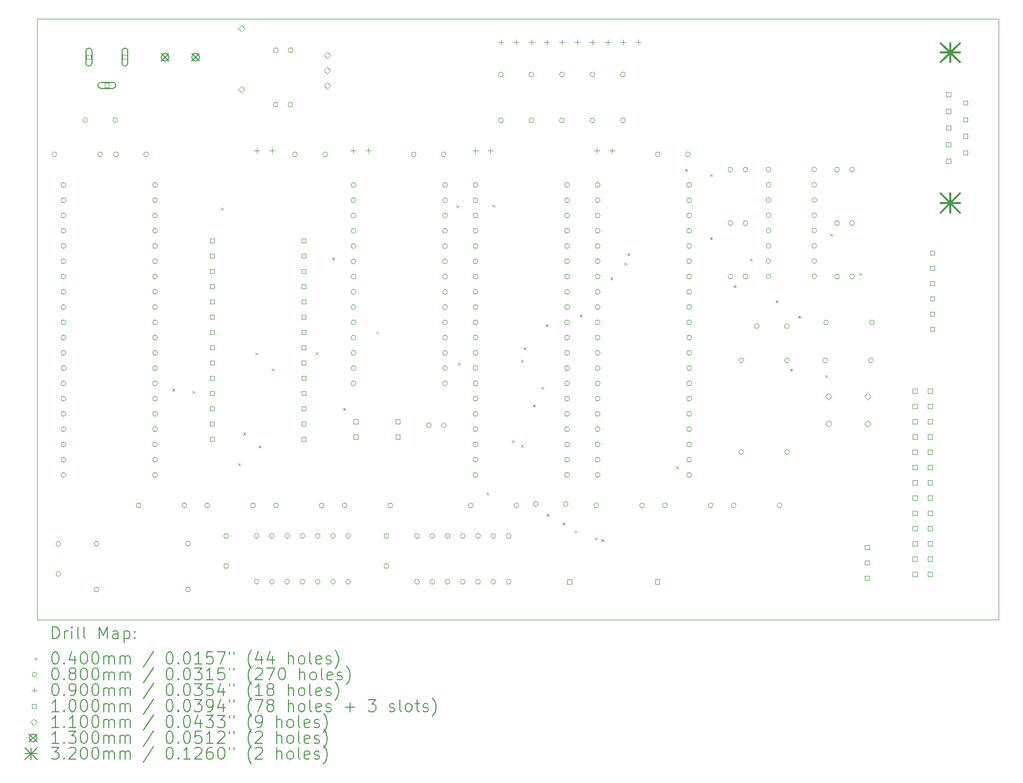
<source format=gbr>
%TF.GenerationSoftware,KiCad,Pcbnew,(6.0.11)*%
%TF.CreationDate,2024-01-26T22:10:11-05:00*%
%TF.ProjectId,FirstZ80,46697273-745a-4383-902e-6b696361645f,rev?*%
%TF.SameCoordinates,Original*%
%TF.FileFunction,Drillmap*%
%TF.FilePolarity,Positive*%
%FSLAX45Y45*%
G04 Gerber Fmt 4.5, Leading zero omitted, Abs format (unit mm)*
G04 Created by KiCad (PCBNEW (6.0.11)) date 2024-01-26 22:10:11*
%MOMM*%
%LPD*%
G01*
G04 APERTURE LIST*
%ADD10C,0.100000*%
%ADD11C,0.200000*%
%ADD12C,0.040000*%
%ADD13C,0.080000*%
%ADD14C,0.090000*%
%ADD15C,0.110000*%
%ADD16C,0.130000*%
%ADD17C,0.320000*%
G04 APERTURE END LIST*
D10*
X6000000Y-16000000D02*
X22000000Y-16000000D01*
X22000000Y-16000000D02*
X22000000Y-6000000D01*
X22000000Y-6000000D02*
X6000000Y-6000000D01*
X6000000Y-6000000D02*
X6000000Y-16000000D01*
D11*
D12*
X8247240Y-12155280D02*
X8287240Y-12195280D01*
X8287240Y-12155280D02*
X8247240Y-12195280D01*
X8583520Y-12186960D02*
X8623520Y-12226960D01*
X8623520Y-12186960D02*
X8583520Y-12226960D01*
X9054730Y-9138670D02*
X9094730Y-9178670D01*
X9094730Y-9138670D02*
X9054730Y-9178670D01*
X9345550Y-13390090D02*
X9385550Y-13430090D01*
X9385550Y-13390090D02*
X9345550Y-13430090D01*
X9422360Y-12883190D02*
X9462360Y-12923190D01*
X9462360Y-12883190D02*
X9422360Y-12923190D01*
X9631850Y-11557210D02*
X9671850Y-11597210D01*
X9671850Y-11557210D02*
X9631850Y-11597210D01*
X9682030Y-13099570D02*
X9722030Y-13139570D01*
X9722030Y-13099570D02*
X9682030Y-13139570D01*
X9898860Y-11817180D02*
X9938860Y-11857180D01*
X9938860Y-11817180D02*
X9898860Y-11857180D01*
X10627930Y-11547190D02*
X10667930Y-11587190D01*
X10667930Y-11547190D02*
X10627930Y-11587190D01*
X10905170Y-9970350D02*
X10945170Y-10010350D01*
X10945170Y-9970350D02*
X10905170Y-10010350D01*
X11090110Y-12472770D02*
X11130110Y-12512770D01*
X11130110Y-12472770D02*
X11090110Y-12512770D01*
X11641590Y-11203910D02*
X11681590Y-11243910D01*
X11681590Y-11203910D02*
X11641590Y-11243910D01*
X12973640Y-9097520D02*
X13013640Y-9137520D01*
X13013640Y-9097520D02*
X12973640Y-9137520D01*
X13002400Y-11720820D02*
X13042400Y-11760820D01*
X13042400Y-11720820D02*
X13002400Y-11760820D01*
X13473780Y-13881660D02*
X13513780Y-13921660D01*
X13513780Y-13881660D02*
X13473780Y-13921660D01*
X13574720Y-9089320D02*
X13614720Y-9129320D01*
X13614720Y-9089320D02*
X13574720Y-9129320D01*
X13897060Y-13010180D02*
X13937060Y-13050180D01*
X13937060Y-13010180D02*
X13897060Y-13050180D01*
X14049320Y-13088520D02*
X14089320Y-13128520D01*
X14089320Y-13088520D02*
X14049320Y-13128520D01*
X14050880Y-11670620D02*
X14090880Y-11710620D01*
X14090880Y-11670620D02*
X14050880Y-11710620D01*
X14092410Y-11465240D02*
X14132410Y-11505240D01*
X14132410Y-11465240D02*
X14092410Y-11505240D01*
X14250560Y-12416740D02*
X14290560Y-12456740D01*
X14290560Y-12416740D02*
X14250560Y-12456740D01*
X14388870Y-12119570D02*
X14428870Y-12159570D01*
X14428870Y-12119570D02*
X14388870Y-12159570D01*
X14461420Y-11078940D02*
X14501420Y-11118940D01*
X14501420Y-11078940D02*
X14461420Y-11118940D01*
X14478920Y-14237630D02*
X14518920Y-14277630D01*
X14518920Y-14237630D02*
X14478920Y-14277630D01*
X14741370Y-14381350D02*
X14781370Y-14421350D01*
X14781370Y-14381350D02*
X14741370Y-14421350D01*
X14943860Y-14512850D02*
X14983860Y-14552850D01*
X14983860Y-14512850D02*
X14943860Y-14552850D01*
X15029380Y-10918980D02*
X15069380Y-10958980D01*
X15069380Y-10918980D02*
X15029380Y-10958980D01*
X15279170Y-14630410D02*
X15319170Y-14670410D01*
X15319170Y-14630410D02*
X15279170Y-14670410D01*
X15387730Y-14657960D02*
X15427730Y-14697960D01*
X15427730Y-14657960D02*
X15387730Y-14697960D01*
X15535270Y-10302790D02*
X15575270Y-10342790D01*
X15575270Y-10302790D02*
X15535270Y-10342790D01*
X15770850Y-10053620D02*
X15810850Y-10093620D01*
X15810850Y-10053620D02*
X15770850Y-10093620D01*
X15817160Y-9898650D02*
X15857160Y-9938650D01*
X15857160Y-9898650D02*
X15817160Y-9938650D01*
X16633170Y-13441130D02*
X16673170Y-13481130D01*
X16673170Y-13441130D02*
X16633170Y-13481130D01*
X16781940Y-8495340D02*
X16821940Y-8535340D01*
X16821940Y-8495340D02*
X16781940Y-8535340D01*
X17195200Y-9632500D02*
X17235200Y-9672500D01*
X17235200Y-9632500D02*
X17195200Y-9672500D01*
X17202780Y-8582530D02*
X17242780Y-8622530D01*
X17242780Y-8582530D02*
X17202780Y-8622530D01*
X17592000Y-10432980D02*
X17632000Y-10472980D01*
X17632000Y-10432980D02*
X17592000Y-10472980D01*
X17858330Y-9990430D02*
X17898330Y-10030430D01*
X17898330Y-9990430D02*
X17858330Y-10030430D01*
X18287910Y-10681610D02*
X18327910Y-10721610D01*
X18327910Y-10681610D02*
X18287910Y-10721610D01*
X18530710Y-11821770D02*
X18570710Y-11861770D01*
X18570710Y-11821770D02*
X18530710Y-11861770D01*
X18666360Y-10940440D02*
X18706360Y-10980440D01*
X18706360Y-10940440D02*
X18666360Y-10980440D01*
X19112760Y-11929050D02*
X19152760Y-11969050D01*
X19152760Y-11929050D02*
X19112760Y-11969050D01*
X19200250Y-9574810D02*
X19240250Y-9614810D01*
X19240250Y-9574810D02*
X19200250Y-9614810D01*
X19680760Y-10226510D02*
X19720760Y-10266510D01*
X19720760Y-10226510D02*
X19680760Y-10266510D01*
D13*
X6326500Y-8255000D02*
G75*
G03*
X6326500Y-8255000I-40000J0D01*
G01*
X6390000Y-14736000D02*
G75*
G03*
X6390000Y-14736000I-40000J0D01*
G01*
X6390000Y-15236000D02*
G75*
G03*
X6390000Y-15236000I-40000J0D01*
G01*
X6476000Y-8763500D02*
G75*
G03*
X6476000Y-8763500I-40000J0D01*
G01*
X6476000Y-9017500D02*
G75*
G03*
X6476000Y-9017500I-40000J0D01*
G01*
X6476000Y-9271500D02*
G75*
G03*
X6476000Y-9271500I-40000J0D01*
G01*
X6476000Y-9525500D02*
G75*
G03*
X6476000Y-9525500I-40000J0D01*
G01*
X6476000Y-9779500D02*
G75*
G03*
X6476000Y-9779500I-40000J0D01*
G01*
X6476000Y-10033500D02*
G75*
G03*
X6476000Y-10033500I-40000J0D01*
G01*
X6476000Y-10287500D02*
G75*
G03*
X6476000Y-10287500I-40000J0D01*
G01*
X6476000Y-10541500D02*
G75*
G03*
X6476000Y-10541500I-40000J0D01*
G01*
X6476000Y-10795500D02*
G75*
G03*
X6476000Y-10795500I-40000J0D01*
G01*
X6476000Y-11049500D02*
G75*
G03*
X6476000Y-11049500I-40000J0D01*
G01*
X6476000Y-11303500D02*
G75*
G03*
X6476000Y-11303500I-40000J0D01*
G01*
X6476000Y-11557500D02*
G75*
G03*
X6476000Y-11557500I-40000J0D01*
G01*
X6476000Y-11811500D02*
G75*
G03*
X6476000Y-11811500I-40000J0D01*
G01*
X6476000Y-12065500D02*
G75*
G03*
X6476000Y-12065500I-40000J0D01*
G01*
X6476000Y-12319500D02*
G75*
G03*
X6476000Y-12319500I-40000J0D01*
G01*
X6476000Y-12573500D02*
G75*
G03*
X6476000Y-12573500I-40000J0D01*
G01*
X6476000Y-12827500D02*
G75*
G03*
X6476000Y-12827500I-40000J0D01*
G01*
X6476000Y-13081500D02*
G75*
G03*
X6476000Y-13081500I-40000J0D01*
G01*
X6476000Y-13335500D02*
G75*
G03*
X6476000Y-13335500I-40000J0D01*
G01*
X6476000Y-13589500D02*
G75*
G03*
X6476000Y-13589500I-40000J0D01*
G01*
X6838500Y-7683500D02*
G75*
G03*
X6838500Y-7683500I-40000J0D01*
G01*
X7025000Y-14732000D02*
G75*
G03*
X7025000Y-14732000I-40000J0D01*
G01*
X7025000Y-15494000D02*
G75*
G03*
X7025000Y-15494000I-40000J0D01*
G01*
X7088500Y-8255000D02*
G75*
G03*
X7088500Y-8255000I-40000J0D01*
G01*
X7338500Y-7683500D02*
G75*
G03*
X7338500Y-7683500I-40000J0D01*
G01*
X7350500Y-8255000D02*
G75*
G03*
X7350500Y-8255000I-40000J0D01*
G01*
X7726000Y-14097000D02*
G75*
G03*
X7726000Y-14097000I-40000J0D01*
G01*
X7850500Y-8255000D02*
G75*
G03*
X7850500Y-8255000I-40000J0D01*
G01*
X8000000Y-8763500D02*
G75*
G03*
X8000000Y-8763500I-40000J0D01*
G01*
X8000000Y-9017500D02*
G75*
G03*
X8000000Y-9017500I-40000J0D01*
G01*
X8000000Y-9271500D02*
G75*
G03*
X8000000Y-9271500I-40000J0D01*
G01*
X8000000Y-9525500D02*
G75*
G03*
X8000000Y-9525500I-40000J0D01*
G01*
X8000000Y-9779500D02*
G75*
G03*
X8000000Y-9779500I-40000J0D01*
G01*
X8000000Y-10033500D02*
G75*
G03*
X8000000Y-10033500I-40000J0D01*
G01*
X8000000Y-10287500D02*
G75*
G03*
X8000000Y-10287500I-40000J0D01*
G01*
X8000000Y-10541500D02*
G75*
G03*
X8000000Y-10541500I-40000J0D01*
G01*
X8000000Y-10795500D02*
G75*
G03*
X8000000Y-10795500I-40000J0D01*
G01*
X8000000Y-11049500D02*
G75*
G03*
X8000000Y-11049500I-40000J0D01*
G01*
X8000000Y-11303500D02*
G75*
G03*
X8000000Y-11303500I-40000J0D01*
G01*
X8000000Y-11557500D02*
G75*
G03*
X8000000Y-11557500I-40000J0D01*
G01*
X8000000Y-11811500D02*
G75*
G03*
X8000000Y-11811500I-40000J0D01*
G01*
X8000000Y-12065500D02*
G75*
G03*
X8000000Y-12065500I-40000J0D01*
G01*
X8000000Y-12319500D02*
G75*
G03*
X8000000Y-12319500I-40000J0D01*
G01*
X8000000Y-12573500D02*
G75*
G03*
X8000000Y-12573500I-40000J0D01*
G01*
X8000000Y-12827500D02*
G75*
G03*
X8000000Y-12827500I-40000J0D01*
G01*
X8000000Y-13081500D02*
G75*
G03*
X8000000Y-13081500I-40000J0D01*
G01*
X8000000Y-13335500D02*
G75*
G03*
X8000000Y-13335500I-40000J0D01*
G01*
X8000000Y-13589500D02*
G75*
G03*
X8000000Y-13589500I-40000J0D01*
G01*
X8488000Y-14097000D02*
G75*
G03*
X8488000Y-14097000I-40000J0D01*
G01*
X8549000Y-14732000D02*
G75*
G03*
X8549000Y-14732000I-40000J0D01*
G01*
X8549000Y-15494000D02*
G75*
G03*
X8549000Y-15494000I-40000J0D01*
G01*
X8869000Y-14097000D02*
G75*
G03*
X8869000Y-14097000I-40000J0D01*
G01*
X9184000Y-14605000D02*
G75*
G03*
X9184000Y-14605000I-40000J0D01*
G01*
X9184000Y-15105000D02*
G75*
G03*
X9184000Y-15105000I-40000J0D01*
G01*
X9631000Y-14097000D02*
G75*
G03*
X9631000Y-14097000I-40000J0D01*
G01*
X9691500Y-14604000D02*
G75*
G03*
X9691500Y-14604000I-40000J0D01*
G01*
X9691500Y-15366000D02*
G75*
G03*
X9691500Y-15366000I-40000J0D01*
G01*
X9945500Y-14604000D02*
G75*
G03*
X9945500Y-14604000I-40000J0D01*
G01*
X9945500Y-15366000D02*
G75*
G03*
X9945500Y-15366000I-40000J0D01*
G01*
X10004200Y-7426250D02*
G75*
G03*
X10004200Y-7426250I-40000J0D01*
G01*
X10007640Y-6520250D02*
G75*
G03*
X10007640Y-6520250I-40000J0D01*
G01*
X10012000Y-14097000D02*
G75*
G03*
X10012000Y-14097000I-40000J0D01*
G01*
X10199500Y-14604000D02*
G75*
G03*
X10199500Y-14604000I-40000J0D01*
G01*
X10199500Y-15366000D02*
G75*
G03*
X10199500Y-15366000I-40000J0D01*
G01*
X10254200Y-7426250D02*
G75*
G03*
X10254200Y-7426250I-40000J0D01*
G01*
X10257640Y-6520250D02*
G75*
G03*
X10257640Y-6520250I-40000J0D01*
G01*
X10331000Y-8255000D02*
G75*
G03*
X10331000Y-8255000I-40000J0D01*
G01*
X10453500Y-14604000D02*
G75*
G03*
X10453500Y-14604000I-40000J0D01*
G01*
X10453500Y-15366000D02*
G75*
G03*
X10453500Y-15366000I-40000J0D01*
G01*
X10707500Y-14604000D02*
G75*
G03*
X10707500Y-14604000I-40000J0D01*
G01*
X10707500Y-15366000D02*
G75*
G03*
X10707500Y-15366000I-40000J0D01*
G01*
X10774000Y-14097000D02*
G75*
G03*
X10774000Y-14097000I-40000J0D01*
G01*
X10831000Y-8255000D02*
G75*
G03*
X10831000Y-8255000I-40000J0D01*
G01*
X10961500Y-14604000D02*
G75*
G03*
X10961500Y-14604000I-40000J0D01*
G01*
X10961500Y-15366000D02*
G75*
G03*
X10961500Y-15366000I-40000J0D01*
G01*
X11155000Y-14097000D02*
G75*
G03*
X11155000Y-14097000I-40000J0D01*
G01*
X11215500Y-14604000D02*
G75*
G03*
X11215500Y-14604000I-40000J0D01*
G01*
X11215500Y-15366000D02*
G75*
G03*
X11215500Y-15366000I-40000J0D01*
G01*
X11302000Y-8764000D02*
G75*
G03*
X11302000Y-8764000I-40000J0D01*
G01*
X11302000Y-9018000D02*
G75*
G03*
X11302000Y-9018000I-40000J0D01*
G01*
X11302000Y-9272000D02*
G75*
G03*
X11302000Y-9272000I-40000J0D01*
G01*
X11302000Y-9526000D02*
G75*
G03*
X11302000Y-9526000I-40000J0D01*
G01*
X11302000Y-9780000D02*
G75*
G03*
X11302000Y-9780000I-40000J0D01*
G01*
X11302000Y-10034000D02*
G75*
G03*
X11302000Y-10034000I-40000J0D01*
G01*
X11302000Y-10288000D02*
G75*
G03*
X11302000Y-10288000I-40000J0D01*
G01*
X11302000Y-10542000D02*
G75*
G03*
X11302000Y-10542000I-40000J0D01*
G01*
X11302000Y-10796000D02*
G75*
G03*
X11302000Y-10796000I-40000J0D01*
G01*
X11302000Y-11050000D02*
G75*
G03*
X11302000Y-11050000I-40000J0D01*
G01*
X11302000Y-11304000D02*
G75*
G03*
X11302000Y-11304000I-40000J0D01*
G01*
X11302000Y-11558000D02*
G75*
G03*
X11302000Y-11558000I-40000J0D01*
G01*
X11302000Y-11812000D02*
G75*
G03*
X11302000Y-11812000I-40000J0D01*
G01*
X11302000Y-12066000D02*
G75*
G03*
X11302000Y-12066000I-40000J0D01*
G01*
X11851000Y-14605000D02*
G75*
G03*
X11851000Y-14605000I-40000J0D01*
G01*
X11851000Y-15105000D02*
G75*
G03*
X11851000Y-15105000I-40000J0D01*
G01*
X11917000Y-14097000D02*
G75*
G03*
X11917000Y-14097000I-40000J0D01*
G01*
X12303500Y-8255000D02*
G75*
G03*
X12303500Y-8255000I-40000J0D01*
G01*
X12359000Y-14604000D02*
G75*
G03*
X12359000Y-14604000I-40000J0D01*
G01*
X12359000Y-15366000D02*
G75*
G03*
X12359000Y-15366000I-40000J0D01*
G01*
X12555990Y-12763500D02*
G75*
G03*
X12555990Y-12763500I-40000J0D01*
G01*
X12613000Y-14604000D02*
G75*
G03*
X12613000Y-14604000I-40000J0D01*
G01*
X12613000Y-15366000D02*
G75*
G03*
X12613000Y-15366000I-40000J0D01*
G01*
X12803500Y-8255000D02*
G75*
G03*
X12803500Y-8255000I-40000J0D01*
G01*
X12805990Y-12763500D02*
G75*
G03*
X12805990Y-12763500I-40000J0D01*
G01*
X12826000Y-8764000D02*
G75*
G03*
X12826000Y-8764000I-40000J0D01*
G01*
X12826000Y-9018000D02*
G75*
G03*
X12826000Y-9018000I-40000J0D01*
G01*
X12826000Y-9272000D02*
G75*
G03*
X12826000Y-9272000I-40000J0D01*
G01*
X12826000Y-9526000D02*
G75*
G03*
X12826000Y-9526000I-40000J0D01*
G01*
X12826000Y-9780000D02*
G75*
G03*
X12826000Y-9780000I-40000J0D01*
G01*
X12826000Y-10034000D02*
G75*
G03*
X12826000Y-10034000I-40000J0D01*
G01*
X12826000Y-10288000D02*
G75*
G03*
X12826000Y-10288000I-40000J0D01*
G01*
X12826000Y-10542000D02*
G75*
G03*
X12826000Y-10542000I-40000J0D01*
G01*
X12826000Y-10796000D02*
G75*
G03*
X12826000Y-10796000I-40000J0D01*
G01*
X12826000Y-11050000D02*
G75*
G03*
X12826000Y-11050000I-40000J0D01*
G01*
X12826000Y-11304000D02*
G75*
G03*
X12826000Y-11304000I-40000J0D01*
G01*
X12826000Y-11558000D02*
G75*
G03*
X12826000Y-11558000I-40000J0D01*
G01*
X12826000Y-11812000D02*
G75*
G03*
X12826000Y-11812000I-40000J0D01*
G01*
X12826000Y-12066000D02*
G75*
G03*
X12826000Y-12066000I-40000J0D01*
G01*
X12867000Y-14604000D02*
G75*
G03*
X12867000Y-14604000I-40000J0D01*
G01*
X12867000Y-15366000D02*
G75*
G03*
X12867000Y-15366000I-40000J0D01*
G01*
X13121000Y-14604000D02*
G75*
G03*
X13121000Y-14604000I-40000J0D01*
G01*
X13121000Y-15366000D02*
G75*
G03*
X13121000Y-15366000I-40000J0D01*
G01*
X13253000Y-14097000D02*
G75*
G03*
X13253000Y-14097000I-40000J0D01*
G01*
X13334000Y-8763500D02*
G75*
G03*
X13334000Y-8763500I-40000J0D01*
G01*
X13334000Y-9017500D02*
G75*
G03*
X13334000Y-9017500I-40000J0D01*
G01*
X13334000Y-9271500D02*
G75*
G03*
X13334000Y-9271500I-40000J0D01*
G01*
X13334000Y-9525500D02*
G75*
G03*
X13334000Y-9525500I-40000J0D01*
G01*
X13334000Y-9779500D02*
G75*
G03*
X13334000Y-9779500I-40000J0D01*
G01*
X13334000Y-10033500D02*
G75*
G03*
X13334000Y-10033500I-40000J0D01*
G01*
X13334000Y-10287500D02*
G75*
G03*
X13334000Y-10287500I-40000J0D01*
G01*
X13334000Y-10541500D02*
G75*
G03*
X13334000Y-10541500I-40000J0D01*
G01*
X13334000Y-10795500D02*
G75*
G03*
X13334000Y-10795500I-40000J0D01*
G01*
X13334000Y-11049500D02*
G75*
G03*
X13334000Y-11049500I-40000J0D01*
G01*
X13334000Y-11303500D02*
G75*
G03*
X13334000Y-11303500I-40000J0D01*
G01*
X13334000Y-11557500D02*
G75*
G03*
X13334000Y-11557500I-40000J0D01*
G01*
X13334000Y-11811500D02*
G75*
G03*
X13334000Y-11811500I-40000J0D01*
G01*
X13334000Y-12065500D02*
G75*
G03*
X13334000Y-12065500I-40000J0D01*
G01*
X13334000Y-12319500D02*
G75*
G03*
X13334000Y-12319500I-40000J0D01*
G01*
X13334000Y-12573500D02*
G75*
G03*
X13334000Y-12573500I-40000J0D01*
G01*
X13334000Y-12827500D02*
G75*
G03*
X13334000Y-12827500I-40000J0D01*
G01*
X13334000Y-13081500D02*
G75*
G03*
X13334000Y-13081500I-40000J0D01*
G01*
X13334000Y-13335500D02*
G75*
G03*
X13334000Y-13335500I-40000J0D01*
G01*
X13334000Y-13589500D02*
G75*
G03*
X13334000Y-13589500I-40000J0D01*
G01*
X13375000Y-14604000D02*
G75*
G03*
X13375000Y-14604000I-40000J0D01*
G01*
X13375000Y-15366000D02*
G75*
G03*
X13375000Y-15366000I-40000J0D01*
G01*
X13629000Y-14604000D02*
G75*
G03*
X13629000Y-14604000I-40000J0D01*
G01*
X13629000Y-15366000D02*
G75*
G03*
X13629000Y-15366000I-40000J0D01*
G01*
X13756000Y-6925000D02*
G75*
G03*
X13756000Y-6925000I-40000J0D01*
G01*
X13756000Y-7687000D02*
G75*
G03*
X13756000Y-7687000I-40000J0D01*
G01*
X13883000Y-14604000D02*
G75*
G03*
X13883000Y-14604000I-40000J0D01*
G01*
X13883000Y-15366000D02*
G75*
G03*
X13883000Y-15366000I-40000J0D01*
G01*
X14015000Y-14097000D02*
G75*
G03*
X14015000Y-14097000I-40000J0D01*
G01*
X14264000Y-6925000D02*
G75*
G03*
X14264000Y-6925000I-40000J0D01*
G01*
X14264000Y-7687000D02*
G75*
G03*
X14264000Y-7687000I-40000J0D01*
G01*
X14332500Y-14072500D02*
G75*
G03*
X14332500Y-14072500I-40000J0D01*
G01*
X14772000Y-6925000D02*
G75*
G03*
X14772000Y-6925000I-40000J0D01*
G01*
X14772000Y-7687000D02*
G75*
G03*
X14772000Y-7687000I-40000J0D01*
G01*
X14832500Y-14072500D02*
G75*
G03*
X14832500Y-14072500I-40000J0D01*
G01*
X14858000Y-8763500D02*
G75*
G03*
X14858000Y-8763500I-40000J0D01*
G01*
X14858000Y-9017500D02*
G75*
G03*
X14858000Y-9017500I-40000J0D01*
G01*
X14858000Y-9271500D02*
G75*
G03*
X14858000Y-9271500I-40000J0D01*
G01*
X14858000Y-9525500D02*
G75*
G03*
X14858000Y-9525500I-40000J0D01*
G01*
X14858000Y-9779500D02*
G75*
G03*
X14858000Y-9779500I-40000J0D01*
G01*
X14858000Y-10033500D02*
G75*
G03*
X14858000Y-10033500I-40000J0D01*
G01*
X14858000Y-10287500D02*
G75*
G03*
X14858000Y-10287500I-40000J0D01*
G01*
X14858000Y-10541500D02*
G75*
G03*
X14858000Y-10541500I-40000J0D01*
G01*
X14858000Y-10795500D02*
G75*
G03*
X14858000Y-10795500I-40000J0D01*
G01*
X14858000Y-11049500D02*
G75*
G03*
X14858000Y-11049500I-40000J0D01*
G01*
X14858000Y-11303500D02*
G75*
G03*
X14858000Y-11303500I-40000J0D01*
G01*
X14858000Y-11557500D02*
G75*
G03*
X14858000Y-11557500I-40000J0D01*
G01*
X14858000Y-11811500D02*
G75*
G03*
X14858000Y-11811500I-40000J0D01*
G01*
X14858000Y-12065500D02*
G75*
G03*
X14858000Y-12065500I-40000J0D01*
G01*
X14858000Y-12319500D02*
G75*
G03*
X14858000Y-12319500I-40000J0D01*
G01*
X14858000Y-12573500D02*
G75*
G03*
X14858000Y-12573500I-40000J0D01*
G01*
X14858000Y-12827500D02*
G75*
G03*
X14858000Y-12827500I-40000J0D01*
G01*
X14858000Y-13081500D02*
G75*
G03*
X14858000Y-13081500I-40000J0D01*
G01*
X14858000Y-13335500D02*
G75*
G03*
X14858000Y-13335500I-40000J0D01*
G01*
X14858000Y-13589500D02*
G75*
G03*
X14858000Y-13589500I-40000J0D01*
G01*
X15280000Y-6925000D02*
G75*
G03*
X15280000Y-6925000I-40000J0D01*
G01*
X15280000Y-7687000D02*
G75*
G03*
X15280000Y-7687000I-40000J0D01*
G01*
X15343500Y-14097000D02*
G75*
G03*
X15343500Y-14097000I-40000J0D01*
G01*
X15366000Y-8763500D02*
G75*
G03*
X15366000Y-8763500I-40000J0D01*
G01*
X15366000Y-9017500D02*
G75*
G03*
X15366000Y-9017500I-40000J0D01*
G01*
X15366000Y-9271500D02*
G75*
G03*
X15366000Y-9271500I-40000J0D01*
G01*
X15366000Y-9525500D02*
G75*
G03*
X15366000Y-9525500I-40000J0D01*
G01*
X15366000Y-9779500D02*
G75*
G03*
X15366000Y-9779500I-40000J0D01*
G01*
X15366000Y-10033500D02*
G75*
G03*
X15366000Y-10033500I-40000J0D01*
G01*
X15366000Y-10287500D02*
G75*
G03*
X15366000Y-10287500I-40000J0D01*
G01*
X15366000Y-10541500D02*
G75*
G03*
X15366000Y-10541500I-40000J0D01*
G01*
X15366000Y-10795500D02*
G75*
G03*
X15366000Y-10795500I-40000J0D01*
G01*
X15366000Y-11049500D02*
G75*
G03*
X15366000Y-11049500I-40000J0D01*
G01*
X15366000Y-11303500D02*
G75*
G03*
X15366000Y-11303500I-40000J0D01*
G01*
X15366000Y-11557500D02*
G75*
G03*
X15366000Y-11557500I-40000J0D01*
G01*
X15366000Y-11811500D02*
G75*
G03*
X15366000Y-11811500I-40000J0D01*
G01*
X15366000Y-12065500D02*
G75*
G03*
X15366000Y-12065500I-40000J0D01*
G01*
X15366000Y-12319500D02*
G75*
G03*
X15366000Y-12319500I-40000J0D01*
G01*
X15366000Y-12573500D02*
G75*
G03*
X15366000Y-12573500I-40000J0D01*
G01*
X15366000Y-12827500D02*
G75*
G03*
X15366000Y-12827500I-40000J0D01*
G01*
X15366000Y-13081500D02*
G75*
G03*
X15366000Y-13081500I-40000J0D01*
G01*
X15366000Y-13335500D02*
G75*
G03*
X15366000Y-13335500I-40000J0D01*
G01*
X15366000Y-13589500D02*
G75*
G03*
X15366000Y-13589500I-40000J0D01*
G01*
X15788000Y-6925000D02*
G75*
G03*
X15788000Y-6925000I-40000J0D01*
G01*
X15788000Y-7687000D02*
G75*
G03*
X15788000Y-7687000I-40000J0D01*
G01*
X16105500Y-14097000D02*
G75*
G03*
X16105500Y-14097000I-40000J0D01*
G01*
X16367500Y-8255000D02*
G75*
G03*
X16367500Y-8255000I-40000J0D01*
G01*
X16486500Y-14097000D02*
G75*
G03*
X16486500Y-14097000I-40000J0D01*
G01*
X16867500Y-8255000D02*
G75*
G03*
X16867500Y-8255000I-40000J0D01*
G01*
X16890000Y-8763500D02*
G75*
G03*
X16890000Y-8763500I-40000J0D01*
G01*
X16890000Y-9017500D02*
G75*
G03*
X16890000Y-9017500I-40000J0D01*
G01*
X16890000Y-9271500D02*
G75*
G03*
X16890000Y-9271500I-40000J0D01*
G01*
X16890000Y-9525500D02*
G75*
G03*
X16890000Y-9525500I-40000J0D01*
G01*
X16890000Y-9779500D02*
G75*
G03*
X16890000Y-9779500I-40000J0D01*
G01*
X16890000Y-10033500D02*
G75*
G03*
X16890000Y-10033500I-40000J0D01*
G01*
X16890000Y-10287500D02*
G75*
G03*
X16890000Y-10287500I-40000J0D01*
G01*
X16890000Y-10541500D02*
G75*
G03*
X16890000Y-10541500I-40000J0D01*
G01*
X16890000Y-10795500D02*
G75*
G03*
X16890000Y-10795500I-40000J0D01*
G01*
X16890000Y-11049500D02*
G75*
G03*
X16890000Y-11049500I-40000J0D01*
G01*
X16890000Y-11303500D02*
G75*
G03*
X16890000Y-11303500I-40000J0D01*
G01*
X16890000Y-11557500D02*
G75*
G03*
X16890000Y-11557500I-40000J0D01*
G01*
X16890000Y-11811500D02*
G75*
G03*
X16890000Y-11811500I-40000J0D01*
G01*
X16890000Y-12065500D02*
G75*
G03*
X16890000Y-12065500I-40000J0D01*
G01*
X16890000Y-12319500D02*
G75*
G03*
X16890000Y-12319500I-40000J0D01*
G01*
X16890000Y-12573500D02*
G75*
G03*
X16890000Y-12573500I-40000J0D01*
G01*
X16890000Y-12827500D02*
G75*
G03*
X16890000Y-12827500I-40000J0D01*
G01*
X16890000Y-13081500D02*
G75*
G03*
X16890000Y-13081500I-40000J0D01*
G01*
X16890000Y-13335500D02*
G75*
G03*
X16890000Y-13335500I-40000J0D01*
G01*
X16890000Y-13589500D02*
G75*
G03*
X16890000Y-13589500I-40000J0D01*
G01*
X17248500Y-14097000D02*
G75*
G03*
X17248500Y-14097000I-40000J0D01*
G01*
X17576980Y-8509000D02*
G75*
G03*
X17576980Y-8509000I-40000J0D01*
G01*
X17576980Y-9398000D02*
G75*
G03*
X17576980Y-9398000I-40000J0D01*
G01*
X17576980Y-10287000D02*
G75*
G03*
X17576980Y-10287000I-40000J0D01*
G01*
X17629500Y-14097000D02*
G75*
G03*
X17629500Y-14097000I-40000J0D01*
G01*
X17756500Y-11684000D02*
G75*
G03*
X17756500Y-11684000I-40000J0D01*
G01*
X17756500Y-13208000D02*
G75*
G03*
X17756500Y-13208000I-40000J0D01*
G01*
X17826980Y-8509000D02*
G75*
G03*
X17826980Y-8509000I-40000J0D01*
G01*
X17826980Y-9398000D02*
G75*
G03*
X17826980Y-9398000I-40000J0D01*
G01*
X17826980Y-10287000D02*
G75*
G03*
X17826980Y-10287000I-40000J0D01*
G01*
X18014500Y-11112500D02*
G75*
G03*
X18014500Y-11112500I-40000J0D01*
G01*
X18209500Y-8506000D02*
G75*
G03*
X18209500Y-8506000I-40000J0D01*
G01*
X18209500Y-8760000D02*
G75*
G03*
X18209500Y-8760000I-40000J0D01*
G01*
X18209500Y-9014000D02*
G75*
G03*
X18209500Y-9014000I-40000J0D01*
G01*
X18209500Y-9268000D02*
G75*
G03*
X18209500Y-9268000I-40000J0D01*
G01*
X18209500Y-9522000D02*
G75*
G03*
X18209500Y-9522000I-40000J0D01*
G01*
X18209500Y-9776000D02*
G75*
G03*
X18209500Y-9776000I-40000J0D01*
G01*
X18209500Y-10030000D02*
G75*
G03*
X18209500Y-10030000I-40000J0D01*
G01*
X18209500Y-10284000D02*
G75*
G03*
X18209500Y-10284000I-40000J0D01*
G01*
X18391500Y-14097000D02*
G75*
G03*
X18391500Y-14097000I-40000J0D01*
G01*
X18514500Y-11112500D02*
G75*
G03*
X18514500Y-11112500I-40000J0D01*
G01*
X18518500Y-11684000D02*
G75*
G03*
X18518500Y-11684000I-40000J0D01*
G01*
X18518500Y-13208000D02*
G75*
G03*
X18518500Y-13208000I-40000J0D01*
G01*
X18971500Y-8506000D02*
G75*
G03*
X18971500Y-8506000I-40000J0D01*
G01*
X18971500Y-8760000D02*
G75*
G03*
X18971500Y-8760000I-40000J0D01*
G01*
X18971500Y-9014000D02*
G75*
G03*
X18971500Y-9014000I-40000J0D01*
G01*
X18971500Y-9268000D02*
G75*
G03*
X18971500Y-9268000I-40000J0D01*
G01*
X18971500Y-9522000D02*
G75*
G03*
X18971500Y-9522000I-40000J0D01*
G01*
X18971500Y-9776000D02*
G75*
G03*
X18971500Y-9776000I-40000J0D01*
G01*
X18971500Y-10030000D02*
G75*
G03*
X18971500Y-10030000I-40000J0D01*
G01*
X18971500Y-10284000D02*
G75*
G03*
X18971500Y-10284000I-40000J0D01*
G01*
X19153500Y-11684000D02*
G75*
G03*
X19153500Y-11684000I-40000J0D01*
G01*
X19168500Y-11051000D02*
G75*
G03*
X19168500Y-11051000I-40000J0D01*
G01*
X19350490Y-9398000D02*
G75*
G03*
X19350490Y-9398000I-40000J0D01*
G01*
X19350490Y-10287000D02*
G75*
G03*
X19350490Y-10287000I-40000J0D01*
G01*
X19351390Y-8509000D02*
G75*
G03*
X19351390Y-8509000I-40000J0D01*
G01*
X19600490Y-9398000D02*
G75*
G03*
X19600490Y-9398000I-40000J0D01*
G01*
X19600490Y-10287000D02*
G75*
G03*
X19600490Y-10287000I-40000J0D01*
G01*
X19601390Y-8509000D02*
G75*
G03*
X19601390Y-8509000I-40000J0D01*
G01*
X19915500Y-11684000D02*
G75*
G03*
X19915500Y-11684000I-40000J0D01*
G01*
X19930500Y-11051000D02*
G75*
G03*
X19930500Y-11051000I-40000J0D01*
G01*
D14*
X9651000Y-8146500D02*
X9651000Y-8236500D01*
X9606000Y-8191500D02*
X9696000Y-8191500D01*
X9905000Y-8146500D02*
X9905000Y-8236500D01*
X9860000Y-8191500D02*
X9950000Y-8191500D01*
X11254000Y-8146500D02*
X11254000Y-8236500D01*
X11209000Y-8191500D02*
X11299000Y-8191500D01*
X11508000Y-8146500D02*
X11508000Y-8236500D01*
X11463000Y-8191500D02*
X11553000Y-8191500D01*
X13290000Y-8146500D02*
X13290000Y-8236500D01*
X13245000Y-8191500D02*
X13335000Y-8191500D01*
X13544000Y-8146500D02*
X13544000Y-8236500D01*
X13499000Y-8191500D02*
X13589000Y-8191500D01*
X13716000Y-6344000D02*
X13716000Y-6434000D01*
X13671000Y-6389000D02*
X13761000Y-6389000D01*
X13970000Y-6344000D02*
X13970000Y-6434000D01*
X13925000Y-6389000D02*
X14015000Y-6389000D01*
X14224000Y-6344000D02*
X14224000Y-6434000D01*
X14179000Y-6389000D02*
X14269000Y-6389000D01*
X14478000Y-6344000D02*
X14478000Y-6434000D01*
X14433000Y-6389000D02*
X14523000Y-6389000D01*
X14732000Y-6344000D02*
X14732000Y-6434000D01*
X14687000Y-6389000D02*
X14777000Y-6389000D01*
X14986000Y-6344000D02*
X14986000Y-6434000D01*
X14941000Y-6389000D02*
X15031000Y-6389000D01*
X15240000Y-6344000D02*
X15240000Y-6434000D01*
X15195000Y-6389000D02*
X15285000Y-6389000D01*
X15315000Y-8146500D02*
X15315000Y-8236500D01*
X15270000Y-8191500D02*
X15360000Y-8191500D01*
X15494000Y-6344000D02*
X15494000Y-6434000D01*
X15449000Y-6389000D02*
X15539000Y-6389000D01*
X15569000Y-8146500D02*
X15569000Y-8236500D01*
X15524000Y-8191500D02*
X15614000Y-8191500D01*
X15748000Y-6344000D02*
X15748000Y-6434000D01*
X15703000Y-6389000D02*
X15793000Y-6389000D01*
X16002000Y-6344000D02*
X16002000Y-6434000D01*
X15957000Y-6389000D02*
X16047000Y-6389000D01*
D10*
X6893356Y-6670606D02*
X6893356Y-6599894D01*
X6822644Y-6599894D01*
X6822644Y-6670606D01*
X6893356Y-6670606D01*
D11*
X6808000Y-6535250D02*
X6808000Y-6735250D01*
X6908000Y-6535250D02*
X6908000Y-6735250D01*
X6808000Y-6735250D02*
G75*
G03*
X6908000Y-6735250I50000J0D01*
G01*
X6908000Y-6535250D02*
G75*
G03*
X6808000Y-6535250I-50000J0D01*
G01*
D10*
X7193356Y-7140606D02*
X7193356Y-7069894D01*
X7122644Y-7069894D01*
X7122644Y-7140606D01*
X7193356Y-7140606D01*
D11*
X7058000Y-7155250D02*
X7258000Y-7155250D01*
X7058000Y-7055250D02*
X7258000Y-7055250D01*
X7258000Y-7155250D02*
G75*
G03*
X7258000Y-7055250I0J50000D01*
G01*
X7058000Y-7055250D02*
G75*
G03*
X7058000Y-7155250I0J-50000D01*
G01*
D10*
X7493356Y-6670606D02*
X7493356Y-6599894D01*
X7422644Y-6599894D01*
X7422644Y-6670606D01*
X7493356Y-6670606D01*
D11*
X7408000Y-6535250D02*
X7408000Y-6735250D01*
X7508000Y-6535250D02*
X7508000Y-6735250D01*
X7408000Y-6735250D02*
G75*
G03*
X7508000Y-6735250I50000J0D01*
G01*
X7508000Y-6535250D02*
G75*
G03*
X7408000Y-6535250I-50000J0D01*
G01*
D10*
X8947856Y-9727356D02*
X8947856Y-9656644D01*
X8877144Y-9656644D01*
X8877144Y-9727356D01*
X8947856Y-9727356D01*
X8947856Y-9981356D02*
X8947856Y-9910644D01*
X8877144Y-9910644D01*
X8877144Y-9981356D01*
X8947856Y-9981356D01*
X8947856Y-10235356D02*
X8947856Y-10164644D01*
X8877144Y-10164644D01*
X8877144Y-10235356D01*
X8947856Y-10235356D01*
X8947856Y-10489356D02*
X8947856Y-10418644D01*
X8877144Y-10418644D01*
X8877144Y-10489356D01*
X8947856Y-10489356D01*
X8947856Y-10743356D02*
X8947856Y-10672644D01*
X8877144Y-10672644D01*
X8877144Y-10743356D01*
X8947856Y-10743356D01*
X8947856Y-10997356D02*
X8947856Y-10926644D01*
X8877144Y-10926644D01*
X8877144Y-10997356D01*
X8947856Y-10997356D01*
X8947856Y-11251356D02*
X8947856Y-11180644D01*
X8877144Y-11180644D01*
X8877144Y-11251356D01*
X8947856Y-11251356D01*
X8947856Y-11505356D02*
X8947856Y-11434644D01*
X8877144Y-11434644D01*
X8877144Y-11505356D01*
X8947856Y-11505356D01*
X8947856Y-11759356D02*
X8947856Y-11688644D01*
X8877144Y-11688644D01*
X8877144Y-11759356D01*
X8947856Y-11759356D01*
X8947856Y-12013356D02*
X8947856Y-11942644D01*
X8877144Y-11942644D01*
X8877144Y-12013356D01*
X8947856Y-12013356D01*
X8947856Y-12267356D02*
X8947856Y-12196644D01*
X8877144Y-12196644D01*
X8877144Y-12267356D01*
X8947856Y-12267356D01*
X8947856Y-12521356D02*
X8947856Y-12450644D01*
X8877144Y-12450644D01*
X8877144Y-12521356D01*
X8947856Y-12521356D01*
X8947856Y-12775356D02*
X8947856Y-12704644D01*
X8877144Y-12704644D01*
X8877144Y-12775356D01*
X8947856Y-12775356D01*
X8947856Y-13029356D02*
X8947856Y-12958644D01*
X8877144Y-12958644D01*
X8877144Y-13029356D01*
X8947856Y-13029356D01*
X10471856Y-9727356D02*
X10471856Y-9656644D01*
X10401144Y-9656644D01*
X10401144Y-9727356D01*
X10471856Y-9727356D01*
X10471856Y-9981356D02*
X10471856Y-9910644D01*
X10401144Y-9910644D01*
X10401144Y-9981356D01*
X10471856Y-9981356D01*
X10471856Y-10235356D02*
X10471856Y-10164644D01*
X10401144Y-10164644D01*
X10401144Y-10235356D01*
X10471856Y-10235356D01*
X10471856Y-10489356D02*
X10471856Y-10418644D01*
X10401144Y-10418644D01*
X10401144Y-10489356D01*
X10471856Y-10489356D01*
X10471856Y-10743356D02*
X10471856Y-10672644D01*
X10401144Y-10672644D01*
X10401144Y-10743356D01*
X10471856Y-10743356D01*
X10471856Y-10997356D02*
X10471856Y-10926644D01*
X10401144Y-10926644D01*
X10401144Y-10997356D01*
X10471856Y-10997356D01*
X10471856Y-11251356D02*
X10471856Y-11180644D01*
X10401144Y-11180644D01*
X10401144Y-11251356D01*
X10471856Y-11251356D01*
X10471856Y-11505356D02*
X10471856Y-11434644D01*
X10401144Y-11434644D01*
X10401144Y-11505356D01*
X10471856Y-11505356D01*
X10471856Y-11759356D02*
X10471856Y-11688644D01*
X10401144Y-11688644D01*
X10401144Y-11759356D01*
X10471856Y-11759356D01*
X10471856Y-12013356D02*
X10471856Y-11942644D01*
X10401144Y-11942644D01*
X10401144Y-12013356D01*
X10471856Y-12013356D01*
X10471856Y-12267356D02*
X10471856Y-12196644D01*
X10401144Y-12196644D01*
X10401144Y-12267356D01*
X10471856Y-12267356D01*
X10471856Y-12521356D02*
X10471856Y-12450644D01*
X10401144Y-12450644D01*
X10401144Y-12521356D01*
X10471856Y-12521356D01*
X10471856Y-12775356D02*
X10471856Y-12704644D01*
X10401144Y-12704644D01*
X10401144Y-12775356D01*
X10471856Y-12775356D01*
X10471856Y-13029356D02*
X10471856Y-12958644D01*
X10401144Y-12958644D01*
X10401144Y-13029356D01*
X10471856Y-13029356D01*
X11338356Y-12736856D02*
X11338356Y-12666144D01*
X11267644Y-12666144D01*
X11267644Y-12736856D01*
X11338356Y-12736856D01*
X11338356Y-12990856D02*
X11338356Y-12920144D01*
X11267644Y-12920144D01*
X11267644Y-12990856D01*
X11338356Y-12990856D01*
X12036856Y-12734856D02*
X12036856Y-12664144D01*
X11966144Y-12664144D01*
X11966144Y-12734856D01*
X12036856Y-12734856D01*
X12036856Y-12988856D02*
X12036856Y-12918144D01*
X11966144Y-12918144D01*
X11966144Y-12988856D01*
X12036856Y-12988856D01*
X14894356Y-15402356D02*
X14894356Y-15331644D01*
X14823644Y-15331644D01*
X14823644Y-15402356D01*
X14894356Y-15402356D01*
X16354856Y-15402356D02*
X16354856Y-15331644D01*
X16284144Y-15331644D01*
X16284144Y-15402356D01*
X16354856Y-15402356D01*
X19847356Y-14830856D02*
X19847356Y-14760144D01*
X19776644Y-14760144D01*
X19776644Y-14830856D01*
X19847356Y-14830856D01*
X19847356Y-15084856D02*
X19847356Y-15014144D01*
X19776644Y-15014144D01*
X19776644Y-15084856D01*
X19847356Y-15084856D01*
X19847356Y-15338856D02*
X19847356Y-15268144D01*
X19776644Y-15268144D01*
X19776644Y-15338856D01*
X19847356Y-15338856D01*
X20640856Y-12227356D02*
X20640856Y-12156644D01*
X20570144Y-12156644D01*
X20570144Y-12227356D01*
X20640856Y-12227356D01*
X20640856Y-12481356D02*
X20640856Y-12410644D01*
X20570144Y-12410644D01*
X20570144Y-12481356D01*
X20640856Y-12481356D01*
X20640856Y-12735356D02*
X20640856Y-12664644D01*
X20570144Y-12664644D01*
X20570144Y-12735356D01*
X20640856Y-12735356D01*
X20640856Y-12989356D02*
X20640856Y-12918644D01*
X20570144Y-12918644D01*
X20570144Y-12989356D01*
X20640856Y-12989356D01*
X20640856Y-13243356D02*
X20640856Y-13172644D01*
X20570144Y-13172644D01*
X20570144Y-13243356D01*
X20640856Y-13243356D01*
X20640856Y-13497356D02*
X20640856Y-13426644D01*
X20570144Y-13426644D01*
X20570144Y-13497356D01*
X20640856Y-13497356D01*
X20640856Y-13751356D02*
X20640856Y-13680644D01*
X20570144Y-13680644D01*
X20570144Y-13751356D01*
X20640856Y-13751356D01*
X20640856Y-14005356D02*
X20640856Y-13934644D01*
X20570144Y-13934644D01*
X20570144Y-14005356D01*
X20640856Y-14005356D01*
X20640856Y-14259356D02*
X20640856Y-14188644D01*
X20570144Y-14188644D01*
X20570144Y-14259356D01*
X20640856Y-14259356D01*
X20640856Y-14513356D02*
X20640856Y-14442644D01*
X20570144Y-14442644D01*
X20570144Y-14513356D01*
X20640856Y-14513356D01*
X20640856Y-14767356D02*
X20640856Y-14696644D01*
X20570144Y-14696644D01*
X20570144Y-14767356D01*
X20640856Y-14767356D01*
X20640856Y-15021356D02*
X20640856Y-14950644D01*
X20570144Y-14950644D01*
X20570144Y-15021356D01*
X20640856Y-15021356D01*
X20640856Y-15275356D02*
X20640856Y-15204644D01*
X20570144Y-15204644D01*
X20570144Y-15275356D01*
X20640856Y-15275356D01*
X20894856Y-12227356D02*
X20894856Y-12156644D01*
X20824144Y-12156644D01*
X20824144Y-12227356D01*
X20894856Y-12227356D01*
X20894856Y-12481356D02*
X20894856Y-12410644D01*
X20824144Y-12410644D01*
X20824144Y-12481356D01*
X20894856Y-12481356D01*
X20894856Y-12735356D02*
X20894856Y-12664644D01*
X20824144Y-12664644D01*
X20824144Y-12735356D01*
X20894856Y-12735356D01*
X20894856Y-12989356D02*
X20894856Y-12918644D01*
X20824144Y-12918644D01*
X20824144Y-12989356D01*
X20894856Y-12989356D01*
X20894856Y-13243356D02*
X20894856Y-13172644D01*
X20824144Y-13172644D01*
X20824144Y-13243356D01*
X20894856Y-13243356D01*
X20894856Y-13497356D02*
X20894856Y-13426644D01*
X20824144Y-13426644D01*
X20824144Y-13497356D01*
X20894856Y-13497356D01*
X20894856Y-13751356D02*
X20894856Y-13680644D01*
X20824144Y-13680644D01*
X20824144Y-13751356D01*
X20894856Y-13751356D01*
X20894856Y-14005356D02*
X20894856Y-13934644D01*
X20824144Y-13934644D01*
X20824144Y-14005356D01*
X20894856Y-14005356D01*
X20894856Y-14259356D02*
X20894856Y-14188644D01*
X20824144Y-14188644D01*
X20824144Y-14259356D01*
X20894856Y-14259356D01*
X20894856Y-14513356D02*
X20894856Y-14442644D01*
X20824144Y-14442644D01*
X20824144Y-14513356D01*
X20894856Y-14513356D01*
X20894856Y-14767356D02*
X20894856Y-14696644D01*
X20824144Y-14696644D01*
X20824144Y-14767356D01*
X20894856Y-14767356D01*
X20894856Y-15021356D02*
X20894856Y-14950644D01*
X20824144Y-14950644D01*
X20824144Y-15021356D01*
X20894856Y-15021356D01*
X20894856Y-15275356D02*
X20894856Y-15204644D01*
X20824144Y-15204644D01*
X20824144Y-15275356D01*
X20894856Y-15275356D01*
X20933856Y-9928856D02*
X20933856Y-9858144D01*
X20863144Y-9858144D01*
X20863144Y-9928856D01*
X20933856Y-9928856D01*
X20933856Y-10182856D02*
X20933856Y-10112144D01*
X20863144Y-10112144D01*
X20863144Y-10182856D01*
X20933856Y-10182856D01*
X20933856Y-10436856D02*
X20933856Y-10366144D01*
X20863144Y-10366144D01*
X20863144Y-10436856D01*
X20933856Y-10436856D01*
X20933856Y-10690856D02*
X20933856Y-10620144D01*
X20863144Y-10620144D01*
X20863144Y-10690856D01*
X20933856Y-10690856D01*
X20933856Y-10944856D02*
X20933856Y-10874144D01*
X20863144Y-10874144D01*
X20863144Y-10944856D01*
X20933856Y-10944856D01*
X20933856Y-11198856D02*
X20933856Y-11128144D01*
X20863144Y-11128144D01*
X20863144Y-11198856D01*
X20933856Y-11198856D01*
X21201826Y-7292856D02*
X21201826Y-7222144D01*
X21131114Y-7222144D01*
X21131114Y-7292856D01*
X21201826Y-7292856D01*
X21201826Y-7569856D02*
X21201826Y-7499144D01*
X21131114Y-7499144D01*
X21131114Y-7569856D01*
X21201826Y-7569856D01*
X21201826Y-7846856D02*
X21201826Y-7776144D01*
X21131114Y-7776144D01*
X21131114Y-7846856D01*
X21201826Y-7846856D01*
X21201826Y-8123856D02*
X21201826Y-8053144D01*
X21131114Y-8053144D01*
X21131114Y-8123856D01*
X21201826Y-8123856D01*
X21201826Y-8400856D02*
X21201826Y-8330144D01*
X21131114Y-8330144D01*
X21131114Y-8400856D01*
X21201826Y-8400856D01*
X21485826Y-7431356D02*
X21485826Y-7360644D01*
X21415114Y-7360644D01*
X21415114Y-7431356D01*
X21485826Y-7431356D01*
X21485826Y-7708356D02*
X21485826Y-7637644D01*
X21415114Y-7637644D01*
X21415114Y-7708356D01*
X21485826Y-7708356D01*
X21485826Y-7985356D02*
X21485826Y-7914644D01*
X21415114Y-7914644D01*
X21415114Y-7985356D01*
X21485826Y-7985356D01*
X21485826Y-8262356D02*
X21485826Y-8191644D01*
X21415114Y-8191644D01*
X21415114Y-8262356D01*
X21485826Y-8262356D01*
D15*
X9398000Y-6214500D02*
X9453000Y-6159500D01*
X9398000Y-6104500D01*
X9343000Y-6159500D01*
X9398000Y-6214500D01*
X9398000Y-7230500D02*
X9453000Y-7175500D01*
X9398000Y-7120500D01*
X9343000Y-7175500D01*
X9398000Y-7230500D01*
X10824500Y-6659000D02*
X10879500Y-6604000D01*
X10824500Y-6549000D01*
X10769500Y-6604000D01*
X10824500Y-6659000D01*
X10824500Y-6913000D02*
X10879500Y-6858000D01*
X10824500Y-6803000D01*
X10769500Y-6858000D01*
X10824500Y-6913000D01*
X10824500Y-7167000D02*
X10879500Y-7112000D01*
X10824500Y-7057000D01*
X10769500Y-7112000D01*
X10824500Y-7167000D01*
X19169500Y-12339500D02*
X19224500Y-12284500D01*
X19169500Y-12229500D01*
X19114500Y-12284500D01*
X19169500Y-12339500D01*
X19169500Y-12789500D02*
X19224500Y-12734500D01*
X19169500Y-12679500D01*
X19114500Y-12734500D01*
X19169500Y-12789500D01*
X19819500Y-12339500D02*
X19874500Y-12284500D01*
X19819500Y-12229500D01*
X19764500Y-12284500D01*
X19819500Y-12339500D01*
X19819500Y-12789500D02*
X19874500Y-12734500D01*
X19819500Y-12679500D01*
X19764500Y-12734500D01*
X19819500Y-12789500D01*
D16*
X8063000Y-6572000D02*
X8193000Y-6702000D01*
X8193000Y-6572000D02*
X8063000Y-6702000D01*
X8193000Y-6637000D02*
G75*
G03*
X8193000Y-6637000I-65000J0D01*
G01*
X8571000Y-6572000D02*
X8701000Y-6702000D01*
X8701000Y-6572000D02*
X8571000Y-6702000D01*
X8701000Y-6637000D02*
G75*
G03*
X8701000Y-6637000I-65000J0D01*
G01*
D17*
X21036470Y-6401500D02*
X21356470Y-6721500D01*
X21356470Y-6401500D02*
X21036470Y-6721500D01*
X21196470Y-6401500D02*
X21196470Y-6721500D01*
X21036470Y-6561500D02*
X21356470Y-6561500D01*
X21036470Y-8901500D02*
X21356470Y-9221500D01*
X21356470Y-8901500D02*
X21036470Y-9221500D01*
X21196470Y-8901500D02*
X21196470Y-9221500D01*
X21036470Y-9061500D02*
X21356470Y-9061500D01*
D11*
X6252619Y-16315476D02*
X6252619Y-16115476D01*
X6300238Y-16115476D01*
X6328809Y-16125000D01*
X6347857Y-16144048D01*
X6357381Y-16163095D01*
X6366905Y-16201190D01*
X6366905Y-16229762D01*
X6357381Y-16267857D01*
X6347857Y-16286905D01*
X6328809Y-16305952D01*
X6300238Y-16315476D01*
X6252619Y-16315476D01*
X6452619Y-16315476D02*
X6452619Y-16182143D01*
X6452619Y-16220238D02*
X6462143Y-16201190D01*
X6471667Y-16191667D01*
X6490714Y-16182143D01*
X6509762Y-16182143D01*
X6576428Y-16315476D02*
X6576428Y-16182143D01*
X6576428Y-16115476D02*
X6566905Y-16125000D01*
X6576428Y-16134524D01*
X6585952Y-16125000D01*
X6576428Y-16115476D01*
X6576428Y-16134524D01*
X6700238Y-16315476D02*
X6681190Y-16305952D01*
X6671667Y-16286905D01*
X6671667Y-16115476D01*
X6805000Y-16315476D02*
X6785952Y-16305952D01*
X6776428Y-16286905D01*
X6776428Y-16115476D01*
X7033571Y-16315476D02*
X7033571Y-16115476D01*
X7100238Y-16258333D01*
X7166905Y-16115476D01*
X7166905Y-16315476D01*
X7347857Y-16315476D02*
X7347857Y-16210714D01*
X7338333Y-16191667D01*
X7319286Y-16182143D01*
X7281190Y-16182143D01*
X7262143Y-16191667D01*
X7347857Y-16305952D02*
X7328809Y-16315476D01*
X7281190Y-16315476D01*
X7262143Y-16305952D01*
X7252619Y-16286905D01*
X7252619Y-16267857D01*
X7262143Y-16248809D01*
X7281190Y-16239286D01*
X7328809Y-16239286D01*
X7347857Y-16229762D01*
X7443095Y-16182143D02*
X7443095Y-16382143D01*
X7443095Y-16191667D02*
X7462143Y-16182143D01*
X7500238Y-16182143D01*
X7519286Y-16191667D01*
X7528809Y-16201190D01*
X7538333Y-16220238D01*
X7538333Y-16277381D01*
X7528809Y-16296428D01*
X7519286Y-16305952D01*
X7500238Y-16315476D01*
X7462143Y-16315476D01*
X7443095Y-16305952D01*
X7624048Y-16296428D02*
X7633571Y-16305952D01*
X7624048Y-16315476D01*
X7614524Y-16305952D01*
X7624048Y-16296428D01*
X7624048Y-16315476D01*
X7624048Y-16191667D02*
X7633571Y-16201190D01*
X7624048Y-16210714D01*
X7614524Y-16201190D01*
X7624048Y-16191667D01*
X7624048Y-16210714D01*
D12*
X5955000Y-16625000D02*
X5995000Y-16665000D01*
X5995000Y-16625000D02*
X5955000Y-16665000D01*
D11*
X6290714Y-16535476D02*
X6309762Y-16535476D01*
X6328809Y-16545000D01*
X6338333Y-16554524D01*
X6347857Y-16573571D01*
X6357381Y-16611667D01*
X6357381Y-16659286D01*
X6347857Y-16697381D01*
X6338333Y-16716428D01*
X6328809Y-16725952D01*
X6309762Y-16735476D01*
X6290714Y-16735476D01*
X6271667Y-16725952D01*
X6262143Y-16716428D01*
X6252619Y-16697381D01*
X6243095Y-16659286D01*
X6243095Y-16611667D01*
X6252619Y-16573571D01*
X6262143Y-16554524D01*
X6271667Y-16545000D01*
X6290714Y-16535476D01*
X6443095Y-16716428D02*
X6452619Y-16725952D01*
X6443095Y-16735476D01*
X6433571Y-16725952D01*
X6443095Y-16716428D01*
X6443095Y-16735476D01*
X6624048Y-16602143D02*
X6624048Y-16735476D01*
X6576428Y-16525952D02*
X6528809Y-16668809D01*
X6652619Y-16668809D01*
X6766905Y-16535476D02*
X6785952Y-16535476D01*
X6805000Y-16545000D01*
X6814524Y-16554524D01*
X6824048Y-16573571D01*
X6833571Y-16611667D01*
X6833571Y-16659286D01*
X6824048Y-16697381D01*
X6814524Y-16716428D01*
X6805000Y-16725952D01*
X6785952Y-16735476D01*
X6766905Y-16735476D01*
X6747857Y-16725952D01*
X6738333Y-16716428D01*
X6728809Y-16697381D01*
X6719286Y-16659286D01*
X6719286Y-16611667D01*
X6728809Y-16573571D01*
X6738333Y-16554524D01*
X6747857Y-16545000D01*
X6766905Y-16535476D01*
X6957381Y-16535476D02*
X6976428Y-16535476D01*
X6995476Y-16545000D01*
X7005000Y-16554524D01*
X7014524Y-16573571D01*
X7024048Y-16611667D01*
X7024048Y-16659286D01*
X7014524Y-16697381D01*
X7005000Y-16716428D01*
X6995476Y-16725952D01*
X6976428Y-16735476D01*
X6957381Y-16735476D01*
X6938333Y-16725952D01*
X6928809Y-16716428D01*
X6919286Y-16697381D01*
X6909762Y-16659286D01*
X6909762Y-16611667D01*
X6919286Y-16573571D01*
X6928809Y-16554524D01*
X6938333Y-16545000D01*
X6957381Y-16535476D01*
X7109762Y-16735476D02*
X7109762Y-16602143D01*
X7109762Y-16621190D02*
X7119286Y-16611667D01*
X7138333Y-16602143D01*
X7166905Y-16602143D01*
X7185952Y-16611667D01*
X7195476Y-16630714D01*
X7195476Y-16735476D01*
X7195476Y-16630714D02*
X7205000Y-16611667D01*
X7224048Y-16602143D01*
X7252619Y-16602143D01*
X7271667Y-16611667D01*
X7281190Y-16630714D01*
X7281190Y-16735476D01*
X7376428Y-16735476D02*
X7376428Y-16602143D01*
X7376428Y-16621190D02*
X7385952Y-16611667D01*
X7405000Y-16602143D01*
X7433571Y-16602143D01*
X7452619Y-16611667D01*
X7462143Y-16630714D01*
X7462143Y-16735476D01*
X7462143Y-16630714D02*
X7471667Y-16611667D01*
X7490714Y-16602143D01*
X7519286Y-16602143D01*
X7538333Y-16611667D01*
X7547857Y-16630714D01*
X7547857Y-16735476D01*
X7938333Y-16525952D02*
X7766905Y-16783095D01*
X8195476Y-16535476D02*
X8214524Y-16535476D01*
X8233571Y-16545000D01*
X8243095Y-16554524D01*
X8252619Y-16573571D01*
X8262143Y-16611667D01*
X8262143Y-16659286D01*
X8252619Y-16697381D01*
X8243095Y-16716428D01*
X8233571Y-16725952D01*
X8214524Y-16735476D01*
X8195476Y-16735476D01*
X8176428Y-16725952D01*
X8166905Y-16716428D01*
X8157381Y-16697381D01*
X8147857Y-16659286D01*
X8147857Y-16611667D01*
X8157381Y-16573571D01*
X8166905Y-16554524D01*
X8176428Y-16545000D01*
X8195476Y-16535476D01*
X8347857Y-16716428D02*
X8357381Y-16725952D01*
X8347857Y-16735476D01*
X8338333Y-16725952D01*
X8347857Y-16716428D01*
X8347857Y-16735476D01*
X8481190Y-16535476D02*
X8500238Y-16535476D01*
X8519286Y-16545000D01*
X8528810Y-16554524D01*
X8538333Y-16573571D01*
X8547857Y-16611667D01*
X8547857Y-16659286D01*
X8538333Y-16697381D01*
X8528810Y-16716428D01*
X8519286Y-16725952D01*
X8500238Y-16735476D01*
X8481190Y-16735476D01*
X8462143Y-16725952D01*
X8452619Y-16716428D01*
X8443095Y-16697381D01*
X8433571Y-16659286D01*
X8433571Y-16611667D01*
X8443095Y-16573571D01*
X8452619Y-16554524D01*
X8462143Y-16545000D01*
X8481190Y-16535476D01*
X8738333Y-16735476D02*
X8624048Y-16735476D01*
X8681190Y-16735476D02*
X8681190Y-16535476D01*
X8662143Y-16564048D01*
X8643095Y-16583095D01*
X8624048Y-16592619D01*
X8919286Y-16535476D02*
X8824048Y-16535476D01*
X8814524Y-16630714D01*
X8824048Y-16621190D01*
X8843095Y-16611667D01*
X8890714Y-16611667D01*
X8909762Y-16621190D01*
X8919286Y-16630714D01*
X8928810Y-16649762D01*
X8928810Y-16697381D01*
X8919286Y-16716428D01*
X8909762Y-16725952D01*
X8890714Y-16735476D01*
X8843095Y-16735476D01*
X8824048Y-16725952D01*
X8814524Y-16716428D01*
X8995476Y-16535476D02*
X9128810Y-16535476D01*
X9043095Y-16735476D01*
X9195476Y-16535476D02*
X9195476Y-16573571D01*
X9271667Y-16535476D02*
X9271667Y-16573571D01*
X9566905Y-16811667D02*
X9557381Y-16802143D01*
X9538333Y-16773571D01*
X9528810Y-16754524D01*
X9519286Y-16725952D01*
X9509762Y-16678333D01*
X9509762Y-16640238D01*
X9519286Y-16592619D01*
X9528810Y-16564048D01*
X9538333Y-16545000D01*
X9557381Y-16516428D01*
X9566905Y-16506905D01*
X9728810Y-16602143D02*
X9728810Y-16735476D01*
X9681190Y-16525952D02*
X9633571Y-16668809D01*
X9757381Y-16668809D01*
X9919286Y-16602143D02*
X9919286Y-16735476D01*
X9871667Y-16525952D02*
X9824048Y-16668809D01*
X9947857Y-16668809D01*
X10176429Y-16735476D02*
X10176429Y-16535476D01*
X10262143Y-16735476D02*
X10262143Y-16630714D01*
X10252619Y-16611667D01*
X10233571Y-16602143D01*
X10205000Y-16602143D01*
X10185952Y-16611667D01*
X10176429Y-16621190D01*
X10385952Y-16735476D02*
X10366905Y-16725952D01*
X10357381Y-16716428D01*
X10347857Y-16697381D01*
X10347857Y-16640238D01*
X10357381Y-16621190D01*
X10366905Y-16611667D01*
X10385952Y-16602143D01*
X10414524Y-16602143D01*
X10433571Y-16611667D01*
X10443095Y-16621190D01*
X10452619Y-16640238D01*
X10452619Y-16697381D01*
X10443095Y-16716428D01*
X10433571Y-16725952D01*
X10414524Y-16735476D01*
X10385952Y-16735476D01*
X10566905Y-16735476D02*
X10547857Y-16725952D01*
X10538333Y-16706905D01*
X10538333Y-16535476D01*
X10719286Y-16725952D02*
X10700238Y-16735476D01*
X10662143Y-16735476D01*
X10643095Y-16725952D01*
X10633571Y-16706905D01*
X10633571Y-16630714D01*
X10643095Y-16611667D01*
X10662143Y-16602143D01*
X10700238Y-16602143D01*
X10719286Y-16611667D01*
X10728810Y-16630714D01*
X10728810Y-16649762D01*
X10633571Y-16668809D01*
X10805000Y-16725952D02*
X10824048Y-16735476D01*
X10862143Y-16735476D01*
X10881190Y-16725952D01*
X10890714Y-16706905D01*
X10890714Y-16697381D01*
X10881190Y-16678333D01*
X10862143Y-16668809D01*
X10833571Y-16668809D01*
X10814524Y-16659286D01*
X10805000Y-16640238D01*
X10805000Y-16630714D01*
X10814524Y-16611667D01*
X10833571Y-16602143D01*
X10862143Y-16602143D01*
X10881190Y-16611667D01*
X10957381Y-16811667D02*
X10966905Y-16802143D01*
X10985952Y-16773571D01*
X10995476Y-16754524D01*
X11005000Y-16725952D01*
X11014524Y-16678333D01*
X11014524Y-16640238D01*
X11005000Y-16592619D01*
X10995476Y-16564048D01*
X10985952Y-16545000D01*
X10966905Y-16516428D01*
X10957381Y-16506905D01*
D13*
X5995000Y-16909000D02*
G75*
G03*
X5995000Y-16909000I-40000J0D01*
G01*
D11*
X6290714Y-16799476D02*
X6309762Y-16799476D01*
X6328809Y-16809000D01*
X6338333Y-16818524D01*
X6347857Y-16837571D01*
X6357381Y-16875667D01*
X6357381Y-16923286D01*
X6347857Y-16961381D01*
X6338333Y-16980429D01*
X6328809Y-16989952D01*
X6309762Y-16999476D01*
X6290714Y-16999476D01*
X6271667Y-16989952D01*
X6262143Y-16980429D01*
X6252619Y-16961381D01*
X6243095Y-16923286D01*
X6243095Y-16875667D01*
X6252619Y-16837571D01*
X6262143Y-16818524D01*
X6271667Y-16809000D01*
X6290714Y-16799476D01*
X6443095Y-16980429D02*
X6452619Y-16989952D01*
X6443095Y-16999476D01*
X6433571Y-16989952D01*
X6443095Y-16980429D01*
X6443095Y-16999476D01*
X6566905Y-16885190D02*
X6547857Y-16875667D01*
X6538333Y-16866143D01*
X6528809Y-16847095D01*
X6528809Y-16837571D01*
X6538333Y-16818524D01*
X6547857Y-16809000D01*
X6566905Y-16799476D01*
X6605000Y-16799476D01*
X6624048Y-16809000D01*
X6633571Y-16818524D01*
X6643095Y-16837571D01*
X6643095Y-16847095D01*
X6633571Y-16866143D01*
X6624048Y-16875667D01*
X6605000Y-16885190D01*
X6566905Y-16885190D01*
X6547857Y-16894714D01*
X6538333Y-16904238D01*
X6528809Y-16923286D01*
X6528809Y-16961381D01*
X6538333Y-16980429D01*
X6547857Y-16989952D01*
X6566905Y-16999476D01*
X6605000Y-16999476D01*
X6624048Y-16989952D01*
X6633571Y-16980429D01*
X6643095Y-16961381D01*
X6643095Y-16923286D01*
X6633571Y-16904238D01*
X6624048Y-16894714D01*
X6605000Y-16885190D01*
X6766905Y-16799476D02*
X6785952Y-16799476D01*
X6805000Y-16809000D01*
X6814524Y-16818524D01*
X6824048Y-16837571D01*
X6833571Y-16875667D01*
X6833571Y-16923286D01*
X6824048Y-16961381D01*
X6814524Y-16980429D01*
X6805000Y-16989952D01*
X6785952Y-16999476D01*
X6766905Y-16999476D01*
X6747857Y-16989952D01*
X6738333Y-16980429D01*
X6728809Y-16961381D01*
X6719286Y-16923286D01*
X6719286Y-16875667D01*
X6728809Y-16837571D01*
X6738333Y-16818524D01*
X6747857Y-16809000D01*
X6766905Y-16799476D01*
X6957381Y-16799476D02*
X6976428Y-16799476D01*
X6995476Y-16809000D01*
X7005000Y-16818524D01*
X7014524Y-16837571D01*
X7024048Y-16875667D01*
X7024048Y-16923286D01*
X7014524Y-16961381D01*
X7005000Y-16980429D01*
X6995476Y-16989952D01*
X6976428Y-16999476D01*
X6957381Y-16999476D01*
X6938333Y-16989952D01*
X6928809Y-16980429D01*
X6919286Y-16961381D01*
X6909762Y-16923286D01*
X6909762Y-16875667D01*
X6919286Y-16837571D01*
X6928809Y-16818524D01*
X6938333Y-16809000D01*
X6957381Y-16799476D01*
X7109762Y-16999476D02*
X7109762Y-16866143D01*
X7109762Y-16885190D02*
X7119286Y-16875667D01*
X7138333Y-16866143D01*
X7166905Y-16866143D01*
X7185952Y-16875667D01*
X7195476Y-16894714D01*
X7195476Y-16999476D01*
X7195476Y-16894714D02*
X7205000Y-16875667D01*
X7224048Y-16866143D01*
X7252619Y-16866143D01*
X7271667Y-16875667D01*
X7281190Y-16894714D01*
X7281190Y-16999476D01*
X7376428Y-16999476D02*
X7376428Y-16866143D01*
X7376428Y-16885190D02*
X7385952Y-16875667D01*
X7405000Y-16866143D01*
X7433571Y-16866143D01*
X7452619Y-16875667D01*
X7462143Y-16894714D01*
X7462143Y-16999476D01*
X7462143Y-16894714D02*
X7471667Y-16875667D01*
X7490714Y-16866143D01*
X7519286Y-16866143D01*
X7538333Y-16875667D01*
X7547857Y-16894714D01*
X7547857Y-16999476D01*
X7938333Y-16789952D02*
X7766905Y-17047095D01*
X8195476Y-16799476D02*
X8214524Y-16799476D01*
X8233571Y-16809000D01*
X8243095Y-16818524D01*
X8252619Y-16837571D01*
X8262143Y-16875667D01*
X8262143Y-16923286D01*
X8252619Y-16961381D01*
X8243095Y-16980429D01*
X8233571Y-16989952D01*
X8214524Y-16999476D01*
X8195476Y-16999476D01*
X8176428Y-16989952D01*
X8166905Y-16980429D01*
X8157381Y-16961381D01*
X8147857Y-16923286D01*
X8147857Y-16875667D01*
X8157381Y-16837571D01*
X8166905Y-16818524D01*
X8176428Y-16809000D01*
X8195476Y-16799476D01*
X8347857Y-16980429D02*
X8357381Y-16989952D01*
X8347857Y-16999476D01*
X8338333Y-16989952D01*
X8347857Y-16980429D01*
X8347857Y-16999476D01*
X8481190Y-16799476D02*
X8500238Y-16799476D01*
X8519286Y-16809000D01*
X8528810Y-16818524D01*
X8538333Y-16837571D01*
X8547857Y-16875667D01*
X8547857Y-16923286D01*
X8538333Y-16961381D01*
X8528810Y-16980429D01*
X8519286Y-16989952D01*
X8500238Y-16999476D01*
X8481190Y-16999476D01*
X8462143Y-16989952D01*
X8452619Y-16980429D01*
X8443095Y-16961381D01*
X8433571Y-16923286D01*
X8433571Y-16875667D01*
X8443095Y-16837571D01*
X8452619Y-16818524D01*
X8462143Y-16809000D01*
X8481190Y-16799476D01*
X8614524Y-16799476D02*
X8738333Y-16799476D01*
X8671667Y-16875667D01*
X8700238Y-16875667D01*
X8719286Y-16885190D01*
X8728810Y-16894714D01*
X8738333Y-16913762D01*
X8738333Y-16961381D01*
X8728810Y-16980429D01*
X8719286Y-16989952D01*
X8700238Y-16999476D01*
X8643095Y-16999476D01*
X8624048Y-16989952D01*
X8614524Y-16980429D01*
X8928810Y-16999476D02*
X8814524Y-16999476D01*
X8871667Y-16999476D02*
X8871667Y-16799476D01*
X8852619Y-16828048D01*
X8833571Y-16847095D01*
X8814524Y-16856619D01*
X9109762Y-16799476D02*
X9014524Y-16799476D01*
X9005000Y-16894714D01*
X9014524Y-16885190D01*
X9033571Y-16875667D01*
X9081190Y-16875667D01*
X9100238Y-16885190D01*
X9109762Y-16894714D01*
X9119286Y-16913762D01*
X9119286Y-16961381D01*
X9109762Y-16980429D01*
X9100238Y-16989952D01*
X9081190Y-16999476D01*
X9033571Y-16999476D01*
X9014524Y-16989952D01*
X9005000Y-16980429D01*
X9195476Y-16799476D02*
X9195476Y-16837571D01*
X9271667Y-16799476D02*
X9271667Y-16837571D01*
X9566905Y-17075667D02*
X9557381Y-17066143D01*
X9538333Y-17037571D01*
X9528810Y-17018524D01*
X9519286Y-16989952D01*
X9509762Y-16942333D01*
X9509762Y-16904238D01*
X9519286Y-16856619D01*
X9528810Y-16828048D01*
X9538333Y-16809000D01*
X9557381Y-16780429D01*
X9566905Y-16770905D01*
X9633571Y-16818524D02*
X9643095Y-16809000D01*
X9662143Y-16799476D01*
X9709762Y-16799476D01*
X9728810Y-16809000D01*
X9738333Y-16818524D01*
X9747857Y-16837571D01*
X9747857Y-16856619D01*
X9738333Y-16885190D01*
X9624048Y-16999476D01*
X9747857Y-16999476D01*
X9814524Y-16799476D02*
X9947857Y-16799476D01*
X9862143Y-16999476D01*
X10062143Y-16799476D02*
X10081190Y-16799476D01*
X10100238Y-16809000D01*
X10109762Y-16818524D01*
X10119286Y-16837571D01*
X10128810Y-16875667D01*
X10128810Y-16923286D01*
X10119286Y-16961381D01*
X10109762Y-16980429D01*
X10100238Y-16989952D01*
X10081190Y-16999476D01*
X10062143Y-16999476D01*
X10043095Y-16989952D01*
X10033571Y-16980429D01*
X10024048Y-16961381D01*
X10014524Y-16923286D01*
X10014524Y-16875667D01*
X10024048Y-16837571D01*
X10033571Y-16818524D01*
X10043095Y-16809000D01*
X10062143Y-16799476D01*
X10366905Y-16999476D02*
X10366905Y-16799476D01*
X10452619Y-16999476D02*
X10452619Y-16894714D01*
X10443095Y-16875667D01*
X10424048Y-16866143D01*
X10395476Y-16866143D01*
X10376429Y-16875667D01*
X10366905Y-16885190D01*
X10576429Y-16999476D02*
X10557381Y-16989952D01*
X10547857Y-16980429D01*
X10538333Y-16961381D01*
X10538333Y-16904238D01*
X10547857Y-16885190D01*
X10557381Y-16875667D01*
X10576429Y-16866143D01*
X10605000Y-16866143D01*
X10624048Y-16875667D01*
X10633571Y-16885190D01*
X10643095Y-16904238D01*
X10643095Y-16961381D01*
X10633571Y-16980429D01*
X10624048Y-16989952D01*
X10605000Y-16999476D01*
X10576429Y-16999476D01*
X10757381Y-16999476D02*
X10738333Y-16989952D01*
X10728810Y-16970905D01*
X10728810Y-16799476D01*
X10909762Y-16989952D02*
X10890714Y-16999476D01*
X10852619Y-16999476D01*
X10833571Y-16989952D01*
X10824048Y-16970905D01*
X10824048Y-16894714D01*
X10833571Y-16875667D01*
X10852619Y-16866143D01*
X10890714Y-16866143D01*
X10909762Y-16875667D01*
X10919286Y-16894714D01*
X10919286Y-16913762D01*
X10824048Y-16932810D01*
X10995476Y-16989952D02*
X11014524Y-16999476D01*
X11052619Y-16999476D01*
X11071667Y-16989952D01*
X11081190Y-16970905D01*
X11081190Y-16961381D01*
X11071667Y-16942333D01*
X11052619Y-16932810D01*
X11024048Y-16932810D01*
X11005000Y-16923286D01*
X10995476Y-16904238D01*
X10995476Y-16894714D01*
X11005000Y-16875667D01*
X11024048Y-16866143D01*
X11052619Y-16866143D01*
X11071667Y-16875667D01*
X11147857Y-17075667D02*
X11157381Y-17066143D01*
X11176429Y-17037571D01*
X11185952Y-17018524D01*
X11195476Y-16989952D01*
X11205000Y-16942333D01*
X11205000Y-16904238D01*
X11195476Y-16856619D01*
X11185952Y-16828048D01*
X11176429Y-16809000D01*
X11157381Y-16780429D01*
X11147857Y-16770905D01*
D14*
X5950000Y-17128000D02*
X5950000Y-17218000D01*
X5905000Y-17173000D02*
X5995000Y-17173000D01*
D11*
X6290714Y-17063476D02*
X6309762Y-17063476D01*
X6328809Y-17073000D01*
X6338333Y-17082524D01*
X6347857Y-17101571D01*
X6357381Y-17139667D01*
X6357381Y-17187286D01*
X6347857Y-17225381D01*
X6338333Y-17244429D01*
X6328809Y-17253952D01*
X6309762Y-17263476D01*
X6290714Y-17263476D01*
X6271667Y-17253952D01*
X6262143Y-17244429D01*
X6252619Y-17225381D01*
X6243095Y-17187286D01*
X6243095Y-17139667D01*
X6252619Y-17101571D01*
X6262143Y-17082524D01*
X6271667Y-17073000D01*
X6290714Y-17063476D01*
X6443095Y-17244429D02*
X6452619Y-17253952D01*
X6443095Y-17263476D01*
X6433571Y-17253952D01*
X6443095Y-17244429D01*
X6443095Y-17263476D01*
X6547857Y-17263476D02*
X6585952Y-17263476D01*
X6605000Y-17253952D01*
X6614524Y-17244429D01*
X6633571Y-17215857D01*
X6643095Y-17177762D01*
X6643095Y-17101571D01*
X6633571Y-17082524D01*
X6624048Y-17073000D01*
X6605000Y-17063476D01*
X6566905Y-17063476D01*
X6547857Y-17073000D01*
X6538333Y-17082524D01*
X6528809Y-17101571D01*
X6528809Y-17149190D01*
X6538333Y-17168238D01*
X6547857Y-17177762D01*
X6566905Y-17187286D01*
X6605000Y-17187286D01*
X6624048Y-17177762D01*
X6633571Y-17168238D01*
X6643095Y-17149190D01*
X6766905Y-17063476D02*
X6785952Y-17063476D01*
X6805000Y-17073000D01*
X6814524Y-17082524D01*
X6824048Y-17101571D01*
X6833571Y-17139667D01*
X6833571Y-17187286D01*
X6824048Y-17225381D01*
X6814524Y-17244429D01*
X6805000Y-17253952D01*
X6785952Y-17263476D01*
X6766905Y-17263476D01*
X6747857Y-17253952D01*
X6738333Y-17244429D01*
X6728809Y-17225381D01*
X6719286Y-17187286D01*
X6719286Y-17139667D01*
X6728809Y-17101571D01*
X6738333Y-17082524D01*
X6747857Y-17073000D01*
X6766905Y-17063476D01*
X6957381Y-17063476D02*
X6976428Y-17063476D01*
X6995476Y-17073000D01*
X7005000Y-17082524D01*
X7014524Y-17101571D01*
X7024048Y-17139667D01*
X7024048Y-17187286D01*
X7014524Y-17225381D01*
X7005000Y-17244429D01*
X6995476Y-17253952D01*
X6976428Y-17263476D01*
X6957381Y-17263476D01*
X6938333Y-17253952D01*
X6928809Y-17244429D01*
X6919286Y-17225381D01*
X6909762Y-17187286D01*
X6909762Y-17139667D01*
X6919286Y-17101571D01*
X6928809Y-17082524D01*
X6938333Y-17073000D01*
X6957381Y-17063476D01*
X7109762Y-17263476D02*
X7109762Y-17130143D01*
X7109762Y-17149190D02*
X7119286Y-17139667D01*
X7138333Y-17130143D01*
X7166905Y-17130143D01*
X7185952Y-17139667D01*
X7195476Y-17158714D01*
X7195476Y-17263476D01*
X7195476Y-17158714D02*
X7205000Y-17139667D01*
X7224048Y-17130143D01*
X7252619Y-17130143D01*
X7271667Y-17139667D01*
X7281190Y-17158714D01*
X7281190Y-17263476D01*
X7376428Y-17263476D02*
X7376428Y-17130143D01*
X7376428Y-17149190D02*
X7385952Y-17139667D01*
X7405000Y-17130143D01*
X7433571Y-17130143D01*
X7452619Y-17139667D01*
X7462143Y-17158714D01*
X7462143Y-17263476D01*
X7462143Y-17158714D02*
X7471667Y-17139667D01*
X7490714Y-17130143D01*
X7519286Y-17130143D01*
X7538333Y-17139667D01*
X7547857Y-17158714D01*
X7547857Y-17263476D01*
X7938333Y-17053952D02*
X7766905Y-17311095D01*
X8195476Y-17063476D02*
X8214524Y-17063476D01*
X8233571Y-17073000D01*
X8243095Y-17082524D01*
X8252619Y-17101571D01*
X8262143Y-17139667D01*
X8262143Y-17187286D01*
X8252619Y-17225381D01*
X8243095Y-17244429D01*
X8233571Y-17253952D01*
X8214524Y-17263476D01*
X8195476Y-17263476D01*
X8176428Y-17253952D01*
X8166905Y-17244429D01*
X8157381Y-17225381D01*
X8147857Y-17187286D01*
X8147857Y-17139667D01*
X8157381Y-17101571D01*
X8166905Y-17082524D01*
X8176428Y-17073000D01*
X8195476Y-17063476D01*
X8347857Y-17244429D02*
X8357381Y-17253952D01*
X8347857Y-17263476D01*
X8338333Y-17253952D01*
X8347857Y-17244429D01*
X8347857Y-17263476D01*
X8481190Y-17063476D02*
X8500238Y-17063476D01*
X8519286Y-17073000D01*
X8528810Y-17082524D01*
X8538333Y-17101571D01*
X8547857Y-17139667D01*
X8547857Y-17187286D01*
X8538333Y-17225381D01*
X8528810Y-17244429D01*
X8519286Y-17253952D01*
X8500238Y-17263476D01*
X8481190Y-17263476D01*
X8462143Y-17253952D01*
X8452619Y-17244429D01*
X8443095Y-17225381D01*
X8433571Y-17187286D01*
X8433571Y-17139667D01*
X8443095Y-17101571D01*
X8452619Y-17082524D01*
X8462143Y-17073000D01*
X8481190Y-17063476D01*
X8614524Y-17063476D02*
X8738333Y-17063476D01*
X8671667Y-17139667D01*
X8700238Y-17139667D01*
X8719286Y-17149190D01*
X8728810Y-17158714D01*
X8738333Y-17177762D01*
X8738333Y-17225381D01*
X8728810Y-17244429D01*
X8719286Y-17253952D01*
X8700238Y-17263476D01*
X8643095Y-17263476D01*
X8624048Y-17253952D01*
X8614524Y-17244429D01*
X8919286Y-17063476D02*
X8824048Y-17063476D01*
X8814524Y-17158714D01*
X8824048Y-17149190D01*
X8843095Y-17139667D01*
X8890714Y-17139667D01*
X8909762Y-17149190D01*
X8919286Y-17158714D01*
X8928810Y-17177762D01*
X8928810Y-17225381D01*
X8919286Y-17244429D01*
X8909762Y-17253952D01*
X8890714Y-17263476D01*
X8843095Y-17263476D01*
X8824048Y-17253952D01*
X8814524Y-17244429D01*
X9100238Y-17130143D02*
X9100238Y-17263476D01*
X9052619Y-17053952D02*
X9005000Y-17196810D01*
X9128810Y-17196810D01*
X9195476Y-17063476D02*
X9195476Y-17101571D01*
X9271667Y-17063476D02*
X9271667Y-17101571D01*
X9566905Y-17339667D02*
X9557381Y-17330143D01*
X9538333Y-17301571D01*
X9528810Y-17282524D01*
X9519286Y-17253952D01*
X9509762Y-17206333D01*
X9509762Y-17168238D01*
X9519286Y-17120619D01*
X9528810Y-17092048D01*
X9538333Y-17073000D01*
X9557381Y-17044429D01*
X9566905Y-17034905D01*
X9747857Y-17263476D02*
X9633571Y-17263476D01*
X9690714Y-17263476D02*
X9690714Y-17063476D01*
X9671667Y-17092048D01*
X9652619Y-17111095D01*
X9633571Y-17120619D01*
X9862143Y-17149190D02*
X9843095Y-17139667D01*
X9833571Y-17130143D01*
X9824048Y-17111095D01*
X9824048Y-17101571D01*
X9833571Y-17082524D01*
X9843095Y-17073000D01*
X9862143Y-17063476D01*
X9900238Y-17063476D01*
X9919286Y-17073000D01*
X9928810Y-17082524D01*
X9938333Y-17101571D01*
X9938333Y-17111095D01*
X9928810Y-17130143D01*
X9919286Y-17139667D01*
X9900238Y-17149190D01*
X9862143Y-17149190D01*
X9843095Y-17158714D01*
X9833571Y-17168238D01*
X9824048Y-17187286D01*
X9824048Y-17225381D01*
X9833571Y-17244429D01*
X9843095Y-17253952D01*
X9862143Y-17263476D01*
X9900238Y-17263476D01*
X9919286Y-17253952D01*
X9928810Y-17244429D01*
X9938333Y-17225381D01*
X9938333Y-17187286D01*
X9928810Y-17168238D01*
X9919286Y-17158714D01*
X9900238Y-17149190D01*
X10176429Y-17263476D02*
X10176429Y-17063476D01*
X10262143Y-17263476D02*
X10262143Y-17158714D01*
X10252619Y-17139667D01*
X10233571Y-17130143D01*
X10205000Y-17130143D01*
X10185952Y-17139667D01*
X10176429Y-17149190D01*
X10385952Y-17263476D02*
X10366905Y-17253952D01*
X10357381Y-17244429D01*
X10347857Y-17225381D01*
X10347857Y-17168238D01*
X10357381Y-17149190D01*
X10366905Y-17139667D01*
X10385952Y-17130143D01*
X10414524Y-17130143D01*
X10433571Y-17139667D01*
X10443095Y-17149190D01*
X10452619Y-17168238D01*
X10452619Y-17225381D01*
X10443095Y-17244429D01*
X10433571Y-17253952D01*
X10414524Y-17263476D01*
X10385952Y-17263476D01*
X10566905Y-17263476D02*
X10547857Y-17253952D01*
X10538333Y-17234905D01*
X10538333Y-17063476D01*
X10719286Y-17253952D02*
X10700238Y-17263476D01*
X10662143Y-17263476D01*
X10643095Y-17253952D01*
X10633571Y-17234905D01*
X10633571Y-17158714D01*
X10643095Y-17139667D01*
X10662143Y-17130143D01*
X10700238Y-17130143D01*
X10719286Y-17139667D01*
X10728810Y-17158714D01*
X10728810Y-17177762D01*
X10633571Y-17196810D01*
X10805000Y-17253952D02*
X10824048Y-17263476D01*
X10862143Y-17263476D01*
X10881190Y-17253952D01*
X10890714Y-17234905D01*
X10890714Y-17225381D01*
X10881190Y-17206333D01*
X10862143Y-17196810D01*
X10833571Y-17196810D01*
X10814524Y-17187286D01*
X10805000Y-17168238D01*
X10805000Y-17158714D01*
X10814524Y-17139667D01*
X10833571Y-17130143D01*
X10862143Y-17130143D01*
X10881190Y-17139667D01*
X10957381Y-17339667D02*
X10966905Y-17330143D01*
X10985952Y-17301571D01*
X10995476Y-17282524D01*
X11005000Y-17253952D01*
X11014524Y-17206333D01*
X11014524Y-17168238D01*
X11005000Y-17120619D01*
X10995476Y-17092048D01*
X10985952Y-17073000D01*
X10966905Y-17044429D01*
X10957381Y-17034905D01*
D10*
X5980356Y-17472356D02*
X5980356Y-17401644D01*
X5909644Y-17401644D01*
X5909644Y-17472356D01*
X5980356Y-17472356D01*
D11*
X6357381Y-17527476D02*
X6243095Y-17527476D01*
X6300238Y-17527476D02*
X6300238Y-17327476D01*
X6281190Y-17356048D01*
X6262143Y-17375095D01*
X6243095Y-17384619D01*
X6443095Y-17508429D02*
X6452619Y-17517952D01*
X6443095Y-17527476D01*
X6433571Y-17517952D01*
X6443095Y-17508429D01*
X6443095Y-17527476D01*
X6576428Y-17327476D02*
X6595476Y-17327476D01*
X6614524Y-17337000D01*
X6624048Y-17346524D01*
X6633571Y-17365571D01*
X6643095Y-17403667D01*
X6643095Y-17451286D01*
X6633571Y-17489381D01*
X6624048Y-17508429D01*
X6614524Y-17517952D01*
X6595476Y-17527476D01*
X6576428Y-17527476D01*
X6557381Y-17517952D01*
X6547857Y-17508429D01*
X6538333Y-17489381D01*
X6528809Y-17451286D01*
X6528809Y-17403667D01*
X6538333Y-17365571D01*
X6547857Y-17346524D01*
X6557381Y-17337000D01*
X6576428Y-17327476D01*
X6766905Y-17327476D02*
X6785952Y-17327476D01*
X6805000Y-17337000D01*
X6814524Y-17346524D01*
X6824048Y-17365571D01*
X6833571Y-17403667D01*
X6833571Y-17451286D01*
X6824048Y-17489381D01*
X6814524Y-17508429D01*
X6805000Y-17517952D01*
X6785952Y-17527476D01*
X6766905Y-17527476D01*
X6747857Y-17517952D01*
X6738333Y-17508429D01*
X6728809Y-17489381D01*
X6719286Y-17451286D01*
X6719286Y-17403667D01*
X6728809Y-17365571D01*
X6738333Y-17346524D01*
X6747857Y-17337000D01*
X6766905Y-17327476D01*
X6957381Y-17327476D02*
X6976428Y-17327476D01*
X6995476Y-17337000D01*
X7005000Y-17346524D01*
X7014524Y-17365571D01*
X7024048Y-17403667D01*
X7024048Y-17451286D01*
X7014524Y-17489381D01*
X7005000Y-17508429D01*
X6995476Y-17517952D01*
X6976428Y-17527476D01*
X6957381Y-17527476D01*
X6938333Y-17517952D01*
X6928809Y-17508429D01*
X6919286Y-17489381D01*
X6909762Y-17451286D01*
X6909762Y-17403667D01*
X6919286Y-17365571D01*
X6928809Y-17346524D01*
X6938333Y-17337000D01*
X6957381Y-17327476D01*
X7109762Y-17527476D02*
X7109762Y-17394143D01*
X7109762Y-17413190D02*
X7119286Y-17403667D01*
X7138333Y-17394143D01*
X7166905Y-17394143D01*
X7185952Y-17403667D01*
X7195476Y-17422714D01*
X7195476Y-17527476D01*
X7195476Y-17422714D02*
X7205000Y-17403667D01*
X7224048Y-17394143D01*
X7252619Y-17394143D01*
X7271667Y-17403667D01*
X7281190Y-17422714D01*
X7281190Y-17527476D01*
X7376428Y-17527476D02*
X7376428Y-17394143D01*
X7376428Y-17413190D02*
X7385952Y-17403667D01*
X7405000Y-17394143D01*
X7433571Y-17394143D01*
X7452619Y-17403667D01*
X7462143Y-17422714D01*
X7462143Y-17527476D01*
X7462143Y-17422714D02*
X7471667Y-17403667D01*
X7490714Y-17394143D01*
X7519286Y-17394143D01*
X7538333Y-17403667D01*
X7547857Y-17422714D01*
X7547857Y-17527476D01*
X7938333Y-17317952D02*
X7766905Y-17575095D01*
X8195476Y-17327476D02*
X8214524Y-17327476D01*
X8233571Y-17337000D01*
X8243095Y-17346524D01*
X8252619Y-17365571D01*
X8262143Y-17403667D01*
X8262143Y-17451286D01*
X8252619Y-17489381D01*
X8243095Y-17508429D01*
X8233571Y-17517952D01*
X8214524Y-17527476D01*
X8195476Y-17527476D01*
X8176428Y-17517952D01*
X8166905Y-17508429D01*
X8157381Y-17489381D01*
X8147857Y-17451286D01*
X8147857Y-17403667D01*
X8157381Y-17365571D01*
X8166905Y-17346524D01*
X8176428Y-17337000D01*
X8195476Y-17327476D01*
X8347857Y-17508429D02*
X8357381Y-17517952D01*
X8347857Y-17527476D01*
X8338333Y-17517952D01*
X8347857Y-17508429D01*
X8347857Y-17527476D01*
X8481190Y-17327476D02*
X8500238Y-17327476D01*
X8519286Y-17337000D01*
X8528810Y-17346524D01*
X8538333Y-17365571D01*
X8547857Y-17403667D01*
X8547857Y-17451286D01*
X8538333Y-17489381D01*
X8528810Y-17508429D01*
X8519286Y-17517952D01*
X8500238Y-17527476D01*
X8481190Y-17527476D01*
X8462143Y-17517952D01*
X8452619Y-17508429D01*
X8443095Y-17489381D01*
X8433571Y-17451286D01*
X8433571Y-17403667D01*
X8443095Y-17365571D01*
X8452619Y-17346524D01*
X8462143Y-17337000D01*
X8481190Y-17327476D01*
X8614524Y-17327476D02*
X8738333Y-17327476D01*
X8671667Y-17403667D01*
X8700238Y-17403667D01*
X8719286Y-17413190D01*
X8728810Y-17422714D01*
X8738333Y-17441762D01*
X8738333Y-17489381D01*
X8728810Y-17508429D01*
X8719286Y-17517952D01*
X8700238Y-17527476D01*
X8643095Y-17527476D01*
X8624048Y-17517952D01*
X8614524Y-17508429D01*
X8833571Y-17527476D02*
X8871667Y-17527476D01*
X8890714Y-17517952D01*
X8900238Y-17508429D01*
X8919286Y-17479857D01*
X8928810Y-17441762D01*
X8928810Y-17365571D01*
X8919286Y-17346524D01*
X8909762Y-17337000D01*
X8890714Y-17327476D01*
X8852619Y-17327476D01*
X8833571Y-17337000D01*
X8824048Y-17346524D01*
X8814524Y-17365571D01*
X8814524Y-17413190D01*
X8824048Y-17432238D01*
X8833571Y-17441762D01*
X8852619Y-17451286D01*
X8890714Y-17451286D01*
X8909762Y-17441762D01*
X8919286Y-17432238D01*
X8928810Y-17413190D01*
X9100238Y-17394143D02*
X9100238Y-17527476D01*
X9052619Y-17317952D02*
X9005000Y-17460810D01*
X9128810Y-17460810D01*
X9195476Y-17327476D02*
X9195476Y-17365571D01*
X9271667Y-17327476D02*
X9271667Y-17365571D01*
X9566905Y-17603667D02*
X9557381Y-17594143D01*
X9538333Y-17565571D01*
X9528810Y-17546524D01*
X9519286Y-17517952D01*
X9509762Y-17470333D01*
X9509762Y-17432238D01*
X9519286Y-17384619D01*
X9528810Y-17356048D01*
X9538333Y-17337000D01*
X9557381Y-17308429D01*
X9566905Y-17298905D01*
X9624048Y-17327476D02*
X9757381Y-17327476D01*
X9671667Y-17527476D01*
X9862143Y-17413190D02*
X9843095Y-17403667D01*
X9833571Y-17394143D01*
X9824048Y-17375095D01*
X9824048Y-17365571D01*
X9833571Y-17346524D01*
X9843095Y-17337000D01*
X9862143Y-17327476D01*
X9900238Y-17327476D01*
X9919286Y-17337000D01*
X9928810Y-17346524D01*
X9938333Y-17365571D01*
X9938333Y-17375095D01*
X9928810Y-17394143D01*
X9919286Y-17403667D01*
X9900238Y-17413190D01*
X9862143Y-17413190D01*
X9843095Y-17422714D01*
X9833571Y-17432238D01*
X9824048Y-17451286D01*
X9824048Y-17489381D01*
X9833571Y-17508429D01*
X9843095Y-17517952D01*
X9862143Y-17527476D01*
X9900238Y-17527476D01*
X9919286Y-17517952D01*
X9928810Y-17508429D01*
X9938333Y-17489381D01*
X9938333Y-17451286D01*
X9928810Y-17432238D01*
X9919286Y-17422714D01*
X9900238Y-17413190D01*
X10176429Y-17527476D02*
X10176429Y-17327476D01*
X10262143Y-17527476D02*
X10262143Y-17422714D01*
X10252619Y-17403667D01*
X10233571Y-17394143D01*
X10205000Y-17394143D01*
X10185952Y-17403667D01*
X10176429Y-17413190D01*
X10385952Y-17527476D02*
X10366905Y-17517952D01*
X10357381Y-17508429D01*
X10347857Y-17489381D01*
X10347857Y-17432238D01*
X10357381Y-17413190D01*
X10366905Y-17403667D01*
X10385952Y-17394143D01*
X10414524Y-17394143D01*
X10433571Y-17403667D01*
X10443095Y-17413190D01*
X10452619Y-17432238D01*
X10452619Y-17489381D01*
X10443095Y-17508429D01*
X10433571Y-17517952D01*
X10414524Y-17527476D01*
X10385952Y-17527476D01*
X10566905Y-17527476D02*
X10547857Y-17517952D01*
X10538333Y-17498905D01*
X10538333Y-17327476D01*
X10719286Y-17517952D02*
X10700238Y-17527476D01*
X10662143Y-17527476D01*
X10643095Y-17517952D01*
X10633571Y-17498905D01*
X10633571Y-17422714D01*
X10643095Y-17403667D01*
X10662143Y-17394143D01*
X10700238Y-17394143D01*
X10719286Y-17403667D01*
X10728810Y-17422714D01*
X10728810Y-17441762D01*
X10633571Y-17460810D01*
X10805000Y-17517952D02*
X10824048Y-17527476D01*
X10862143Y-17527476D01*
X10881190Y-17517952D01*
X10890714Y-17498905D01*
X10890714Y-17489381D01*
X10881190Y-17470333D01*
X10862143Y-17460810D01*
X10833571Y-17460810D01*
X10814524Y-17451286D01*
X10805000Y-17432238D01*
X10805000Y-17422714D01*
X10814524Y-17403667D01*
X10833571Y-17394143D01*
X10862143Y-17394143D01*
X10881190Y-17403667D01*
X11128810Y-17451286D02*
X11281190Y-17451286D01*
X11205000Y-17527476D02*
X11205000Y-17375095D01*
X11509762Y-17327476D02*
X11633571Y-17327476D01*
X11566905Y-17403667D01*
X11595476Y-17403667D01*
X11614524Y-17413190D01*
X11624048Y-17422714D01*
X11633571Y-17441762D01*
X11633571Y-17489381D01*
X11624048Y-17508429D01*
X11614524Y-17517952D01*
X11595476Y-17527476D01*
X11538333Y-17527476D01*
X11519286Y-17517952D01*
X11509762Y-17508429D01*
X11862143Y-17517952D02*
X11881190Y-17527476D01*
X11919286Y-17527476D01*
X11938333Y-17517952D01*
X11947857Y-17498905D01*
X11947857Y-17489381D01*
X11938333Y-17470333D01*
X11919286Y-17460810D01*
X11890714Y-17460810D01*
X11871667Y-17451286D01*
X11862143Y-17432238D01*
X11862143Y-17422714D01*
X11871667Y-17403667D01*
X11890714Y-17394143D01*
X11919286Y-17394143D01*
X11938333Y-17403667D01*
X12062143Y-17527476D02*
X12043095Y-17517952D01*
X12033571Y-17498905D01*
X12033571Y-17327476D01*
X12166905Y-17527476D02*
X12147857Y-17517952D01*
X12138333Y-17508429D01*
X12128809Y-17489381D01*
X12128809Y-17432238D01*
X12138333Y-17413190D01*
X12147857Y-17403667D01*
X12166905Y-17394143D01*
X12195476Y-17394143D01*
X12214524Y-17403667D01*
X12224048Y-17413190D01*
X12233571Y-17432238D01*
X12233571Y-17489381D01*
X12224048Y-17508429D01*
X12214524Y-17517952D01*
X12195476Y-17527476D01*
X12166905Y-17527476D01*
X12290714Y-17394143D02*
X12366905Y-17394143D01*
X12319286Y-17327476D02*
X12319286Y-17498905D01*
X12328809Y-17517952D01*
X12347857Y-17527476D01*
X12366905Y-17527476D01*
X12424048Y-17517952D02*
X12443095Y-17527476D01*
X12481190Y-17527476D01*
X12500238Y-17517952D01*
X12509762Y-17498905D01*
X12509762Y-17489381D01*
X12500238Y-17470333D01*
X12481190Y-17460810D01*
X12452619Y-17460810D01*
X12433571Y-17451286D01*
X12424048Y-17432238D01*
X12424048Y-17422714D01*
X12433571Y-17403667D01*
X12452619Y-17394143D01*
X12481190Y-17394143D01*
X12500238Y-17403667D01*
X12576428Y-17603667D02*
X12585952Y-17594143D01*
X12605000Y-17565571D01*
X12614524Y-17546524D01*
X12624048Y-17517952D01*
X12633571Y-17470333D01*
X12633571Y-17432238D01*
X12624048Y-17384619D01*
X12614524Y-17356048D01*
X12605000Y-17337000D01*
X12585952Y-17308429D01*
X12576428Y-17298905D01*
D15*
X5940000Y-17756000D02*
X5995000Y-17701000D01*
X5940000Y-17646000D01*
X5885000Y-17701000D01*
X5940000Y-17756000D01*
D11*
X6357381Y-17791476D02*
X6243095Y-17791476D01*
X6300238Y-17791476D02*
X6300238Y-17591476D01*
X6281190Y-17620048D01*
X6262143Y-17639095D01*
X6243095Y-17648619D01*
X6443095Y-17772429D02*
X6452619Y-17781952D01*
X6443095Y-17791476D01*
X6433571Y-17781952D01*
X6443095Y-17772429D01*
X6443095Y-17791476D01*
X6643095Y-17791476D02*
X6528809Y-17791476D01*
X6585952Y-17791476D02*
X6585952Y-17591476D01*
X6566905Y-17620048D01*
X6547857Y-17639095D01*
X6528809Y-17648619D01*
X6766905Y-17591476D02*
X6785952Y-17591476D01*
X6805000Y-17601000D01*
X6814524Y-17610524D01*
X6824048Y-17629571D01*
X6833571Y-17667667D01*
X6833571Y-17715286D01*
X6824048Y-17753381D01*
X6814524Y-17772429D01*
X6805000Y-17781952D01*
X6785952Y-17791476D01*
X6766905Y-17791476D01*
X6747857Y-17781952D01*
X6738333Y-17772429D01*
X6728809Y-17753381D01*
X6719286Y-17715286D01*
X6719286Y-17667667D01*
X6728809Y-17629571D01*
X6738333Y-17610524D01*
X6747857Y-17601000D01*
X6766905Y-17591476D01*
X6957381Y-17591476D02*
X6976428Y-17591476D01*
X6995476Y-17601000D01*
X7005000Y-17610524D01*
X7014524Y-17629571D01*
X7024048Y-17667667D01*
X7024048Y-17715286D01*
X7014524Y-17753381D01*
X7005000Y-17772429D01*
X6995476Y-17781952D01*
X6976428Y-17791476D01*
X6957381Y-17791476D01*
X6938333Y-17781952D01*
X6928809Y-17772429D01*
X6919286Y-17753381D01*
X6909762Y-17715286D01*
X6909762Y-17667667D01*
X6919286Y-17629571D01*
X6928809Y-17610524D01*
X6938333Y-17601000D01*
X6957381Y-17591476D01*
X7109762Y-17791476D02*
X7109762Y-17658143D01*
X7109762Y-17677190D02*
X7119286Y-17667667D01*
X7138333Y-17658143D01*
X7166905Y-17658143D01*
X7185952Y-17667667D01*
X7195476Y-17686714D01*
X7195476Y-17791476D01*
X7195476Y-17686714D02*
X7205000Y-17667667D01*
X7224048Y-17658143D01*
X7252619Y-17658143D01*
X7271667Y-17667667D01*
X7281190Y-17686714D01*
X7281190Y-17791476D01*
X7376428Y-17791476D02*
X7376428Y-17658143D01*
X7376428Y-17677190D02*
X7385952Y-17667667D01*
X7405000Y-17658143D01*
X7433571Y-17658143D01*
X7452619Y-17667667D01*
X7462143Y-17686714D01*
X7462143Y-17791476D01*
X7462143Y-17686714D02*
X7471667Y-17667667D01*
X7490714Y-17658143D01*
X7519286Y-17658143D01*
X7538333Y-17667667D01*
X7547857Y-17686714D01*
X7547857Y-17791476D01*
X7938333Y-17581952D02*
X7766905Y-17839095D01*
X8195476Y-17591476D02*
X8214524Y-17591476D01*
X8233571Y-17601000D01*
X8243095Y-17610524D01*
X8252619Y-17629571D01*
X8262143Y-17667667D01*
X8262143Y-17715286D01*
X8252619Y-17753381D01*
X8243095Y-17772429D01*
X8233571Y-17781952D01*
X8214524Y-17791476D01*
X8195476Y-17791476D01*
X8176428Y-17781952D01*
X8166905Y-17772429D01*
X8157381Y-17753381D01*
X8147857Y-17715286D01*
X8147857Y-17667667D01*
X8157381Y-17629571D01*
X8166905Y-17610524D01*
X8176428Y-17601000D01*
X8195476Y-17591476D01*
X8347857Y-17772429D02*
X8357381Y-17781952D01*
X8347857Y-17791476D01*
X8338333Y-17781952D01*
X8347857Y-17772429D01*
X8347857Y-17791476D01*
X8481190Y-17591476D02*
X8500238Y-17591476D01*
X8519286Y-17601000D01*
X8528810Y-17610524D01*
X8538333Y-17629571D01*
X8547857Y-17667667D01*
X8547857Y-17715286D01*
X8538333Y-17753381D01*
X8528810Y-17772429D01*
X8519286Y-17781952D01*
X8500238Y-17791476D01*
X8481190Y-17791476D01*
X8462143Y-17781952D01*
X8452619Y-17772429D01*
X8443095Y-17753381D01*
X8433571Y-17715286D01*
X8433571Y-17667667D01*
X8443095Y-17629571D01*
X8452619Y-17610524D01*
X8462143Y-17601000D01*
X8481190Y-17591476D01*
X8719286Y-17658143D02*
X8719286Y-17791476D01*
X8671667Y-17581952D02*
X8624048Y-17724810D01*
X8747857Y-17724810D01*
X8805000Y-17591476D02*
X8928810Y-17591476D01*
X8862143Y-17667667D01*
X8890714Y-17667667D01*
X8909762Y-17677190D01*
X8919286Y-17686714D01*
X8928810Y-17705762D01*
X8928810Y-17753381D01*
X8919286Y-17772429D01*
X8909762Y-17781952D01*
X8890714Y-17791476D01*
X8833571Y-17791476D01*
X8814524Y-17781952D01*
X8805000Y-17772429D01*
X8995476Y-17591476D02*
X9119286Y-17591476D01*
X9052619Y-17667667D01*
X9081190Y-17667667D01*
X9100238Y-17677190D01*
X9109762Y-17686714D01*
X9119286Y-17705762D01*
X9119286Y-17753381D01*
X9109762Y-17772429D01*
X9100238Y-17781952D01*
X9081190Y-17791476D01*
X9024048Y-17791476D01*
X9005000Y-17781952D01*
X8995476Y-17772429D01*
X9195476Y-17591476D02*
X9195476Y-17629571D01*
X9271667Y-17591476D02*
X9271667Y-17629571D01*
X9566905Y-17867667D02*
X9557381Y-17858143D01*
X9538333Y-17829571D01*
X9528810Y-17810524D01*
X9519286Y-17781952D01*
X9509762Y-17734333D01*
X9509762Y-17696238D01*
X9519286Y-17648619D01*
X9528810Y-17620048D01*
X9538333Y-17601000D01*
X9557381Y-17572429D01*
X9566905Y-17562905D01*
X9652619Y-17791476D02*
X9690714Y-17791476D01*
X9709762Y-17781952D01*
X9719286Y-17772429D01*
X9738333Y-17743857D01*
X9747857Y-17705762D01*
X9747857Y-17629571D01*
X9738333Y-17610524D01*
X9728810Y-17601000D01*
X9709762Y-17591476D01*
X9671667Y-17591476D01*
X9652619Y-17601000D01*
X9643095Y-17610524D01*
X9633571Y-17629571D01*
X9633571Y-17677190D01*
X9643095Y-17696238D01*
X9652619Y-17705762D01*
X9671667Y-17715286D01*
X9709762Y-17715286D01*
X9728810Y-17705762D01*
X9738333Y-17696238D01*
X9747857Y-17677190D01*
X9985952Y-17791476D02*
X9985952Y-17591476D01*
X10071667Y-17791476D02*
X10071667Y-17686714D01*
X10062143Y-17667667D01*
X10043095Y-17658143D01*
X10014524Y-17658143D01*
X9995476Y-17667667D01*
X9985952Y-17677190D01*
X10195476Y-17791476D02*
X10176429Y-17781952D01*
X10166905Y-17772429D01*
X10157381Y-17753381D01*
X10157381Y-17696238D01*
X10166905Y-17677190D01*
X10176429Y-17667667D01*
X10195476Y-17658143D01*
X10224048Y-17658143D01*
X10243095Y-17667667D01*
X10252619Y-17677190D01*
X10262143Y-17696238D01*
X10262143Y-17753381D01*
X10252619Y-17772429D01*
X10243095Y-17781952D01*
X10224048Y-17791476D01*
X10195476Y-17791476D01*
X10376429Y-17791476D02*
X10357381Y-17781952D01*
X10347857Y-17762905D01*
X10347857Y-17591476D01*
X10528810Y-17781952D02*
X10509762Y-17791476D01*
X10471667Y-17791476D01*
X10452619Y-17781952D01*
X10443095Y-17762905D01*
X10443095Y-17686714D01*
X10452619Y-17667667D01*
X10471667Y-17658143D01*
X10509762Y-17658143D01*
X10528810Y-17667667D01*
X10538333Y-17686714D01*
X10538333Y-17705762D01*
X10443095Y-17724810D01*
X10614524Y-17781952D02*
X10633571Y-17791476D01*
X10671667Y-17791476D01*
X10690714Y-17781952D01*
X10700238Y-17762905D01*
X10700238Y-17753381D01*
X10690714Y-17734333D01*
X10671667Y-17724810D01*
X10643095Y-17724810D01*
X10624048Y-17715286D01*
X10614524Y-17696238D01*
X10614524Y-17686714D01*
X10624048Y-17667667D01*
X10643095Y-17658143D01*
X10671667Y-17658143D01*
X10690714Y-17667667D01*
X10766905Y-17867667D02*
X10776429Y-17858143D01*
X10795476Y-17829571D01*
X10805000Y-17810524D01*
X10814524Y-17781952D01*
X10824048Y-17734333D01*
X10824048Y-17696238D01*
X10814524Y-17648619D01*
X10805000Y-17620048D01*
X10795476Y-17601000D01*
X10776429Y-17572429D01*
X10766905Y-17562905D01*
D16*
X5865000Y-17900000D02*
X5995000Y-18030000D01*
X5995000Y-17900000D02*
X5865000Y-18030000D01*
X5995000Y-17965000D02*
G75*
G03*
X5995000Y-17965000I-65000J0D01*
G01*
D11*
X6357381Y-18055476D02*
X6243095Y-18055476D01*
X6300238Y-18055476D02*
X6300238Y-17855476D01*
X6281190Y-17884048D01*
X6262143Y-17903095D01*
X6243095Y-17912619D01*
X6443095Y-18036429D02*
X6452619Y-18045952D01*
X6443095Y-18055476D01*
X6433571Y-18045952D01*
X6443095Y-18036429D01*
X6443095Y-18055476D01*
X6519286Y-17855476D02*
X6643095Y-17855476D01*
X6576428Y-17931667D01*
X6605000Y-17931667D01*
X6624048Y-17941190D01*
X6633571Y-17950714D01*
X6643095Y-17969762D01*
X6643095Y-18017381D01*
X6633571Y-18036429D01*
X6624048Y-18045952D01*
X6605000Y-18055476D01*
X6547857Y-18055476D01*
X6528809Y-18045952D01*
X6519286Y-18036429D01*
X6766905Y-17855476D02*
X6785952Y-17855476D01*
X6805000Y-17865000D01*
X6814524Y-17874524D01*
X6824048Y-17893571D01*
X6833571Y-17931667D01*
X6833571Y-17979286D01*
X6824048Y-18017381D01*
X6814524Y-18036429D01*
X6805000Y-18045952D01*
X6785952Y-18055476D01*
X6766905Y-18055476D01*
X6747857Y-18045952D01*
X6738333Y-18036429D01*
X6728809Y-18017381D01*
X6719286Y-17979286D01*
X6719286Y-17931667D01*
X6728809Y-17893571D01*
X6738333Y-17874524D01*
X6747857Y-17865000D01*
X6766905Y-17855476D01*
X6957381Y-17855476D02*
X6976428Y-17855476D01*
X6995476Y-17865000D01*
X7005000Y-17874524D01*
X7014524Y-17893571D01*
X7024048Y-17931667D01*
X7024048Y-17979286D01*
X7014524Y-18017381D01*
X7005000Y-18036429D01*
X6995476Y-18045952D01*
X6976428Y-18055476D01*
X6957381Y-18055476D01*
X6938333Y-18045952D01*
X6928809Y-18036429D01*
X6919286Y-18017381D01*
X6909762Y-17979286D01*
X6909762Y-17931667D01*
X6919286Y-17893571D01*
X6928809Y-17874524D01*
X6938333Y-17865000D01*
X6957381Y-17855476D01*
X7109762Y-18055476D02*
X7109762Y-17922143D01*
X7109762Y-17941190D02*
X7119286Y-17931667D01*
X7138333Y-17922143D01*
X7166905Y-17922143D01*
X7185952Y-17931667D01*
X7195476Y-17950714D01*
X7195476Y-18055476D01*
X7195476Y-17950714D02*
X7205000Y-17931667D01*
X7224048Y-17922143D01*
X7252619Y-17922143D01*
X7271667Y-17931667D01*
X7281190Y-17950714D01*
X7281190Y-18055476D01*
X7376428Y-18055476D02*
X7376428Y-17922143D01*
X7376428Y-17941190D02*
X7385952Y-17931667D01*
X7405000Y-17922143D01*
X7433571Y-17922143D01*
X7452619Y-17931667D01*
X7462143Y-17950714D01*
X7462143Y-18055476D01*
X7462143Y-17950714D02*
X7471667Y-17931667D01*
X7490714Y-17922143D01*
X7519286Y-17922143D01*
X7538333Y-17931667D01*
X7547857Y-17950714D01*
X7547857Y-18055476D01*
X7938333Y-17845952D02*
X7766905Y-18103095D01*
X8195476Y-17855476D02*
X8214524Y-17855476D01*
X8233571Y-17865000D01*
X8243095Y-17874524D01*
X8252619Y-17893571D01*
X8262143Y-17931667D01*
X8262143Y-17979286D01*
X8252619Y-18017381D01*
X8243095Y-18036429D01*
X8233571Y-18045952D01*
X8214524Y-18055476D01*
X8195476Y-18055476D01*
X8176428Y-18045952D01*
X8166905Y-18036429D01*
X8157381Y-18017381D01*
X8147857Y-17979286D01*
X8147857Y-17931667D01*
X8157381Y-17893571D01*
X8166905Y-17874524D01*
X8176428Y-17865000D01*
X8195476Y-17855476D01*
X8347857Y-18036429D02*
X8357381Y-18045952D01*
X8347857Y-18055476D01*
X8338333Y-18045952D01*
X8347857Y-18036429D01*
X8347857Y-18055476D01*
X8481190Y-17855476D02*
X8500238Y-17855476D01*
X8519286Y-17865000D01*
X8528810Y-17874524D01*
X8538333Y-17893571D01*
X8547857Y-17931667D01*
X8547857Y-17979286D01*
X8538333Y-18017381D01*
X8528810Y-18036429D01*
X8519286Y-18045952D01*
X8500238Y-18055476D01*
X8481190Y-18055476D01*
X8462143Y-18045952D01*
X8452619Y-18036429D01*
X8443095Y-18017381D01*
X8433571Y-17979286D01*
X8433571Y-17931667D01*
X8443095Y-17893571D01*
X8452619Y-17874524D01*
X8462143Y-17865000D01*
X8481190Y-17855476D01*
X8728810Y-17855476D02*
X8633571Y-17855476D01*
X8624048Y-17950714D01*
X8633571Y-17941190D01*
X8652619Y-17931667D01*
X8700238Y-17931667D01*
X8719286Y-17941190D01*
X8728810Y-17950714D01*
X8738333Y-17969762D01*
X8738333Y-18017381D01*
X8728810Y-18036429D01*
X8719286Y-18045952D01*
X8700238Y-18055476D01*
X8652619Y-18055476D01*
X8633571Y-18045952D01*
X8624048Y-18036429D01*
X8928810Y-18055476D02*
X8814524Y-18055476D01*
X8871667Y-18055476D02*
X8871667Y-17855476D01*
X8852619Y-17884048D01*
X8833571Y-17903095D01*
X8814524Y-17912619D01*
X9005000Y-17874524D02*
X9014524Y-17865000D01*
X9033571Y-17855476D01*
X9081190Y-17855476D01*
X9100238Y-17865000D01*
X9109762Y-17874524D01*
X9119286Y-17893571D01*
X9119286Y-17912619D01*
X9109762Y-17941190D01*
X8995476Y-18055476D01*
X9119286Y-18055476D01*
X9195476Y-17855476D02*
X9195476Y-17893571D01*
X9271667Y-17855476D02*
X9271667Y-17893571D01*
X9566905Y-18131667D02*
X9557381Y-18122143D01*
X9538333Y-18093571D01*
X9528810Y-18074524D01*
X9519286Y-18045952D01*
X9509762Y-17998333D01*
X9509762Y-17960238D01*
X9519286Y-17912619D01*
X9528810Y-17884048D01*
X9538333Y-17865000D01*
X9557381Y-17836429D01*
X9566905Y-17826905D01*
X9633571Y-17874524D02*
X9643095Y-17865000D01*
X9662143Y-17855476D01*
X9709762Y-17855476D01*
X9728810Y-17865000D01*
X9738333Y-17874524D01*
X9747857Y-17893571D01*
X9747857Y-17912619D01*
X9738333Y-17941190D01*
X9624048Y-18055476D01*
X9747857Y-18055476D01*
X9985952Y-18055476D02*
X9985952Y-17855476D01*
X10071667Y-18055476D02*
X10071667Y-17950714D01*
X10062143Y-17931667D01*
X10043095Y-17922143D01*
X10014524Y-17922143D01*
X9995476Y-17931667D01*
X9985952Y-17941190D01*
X10195476Y-18055476D02*
X10176429Y-18045952D01*
X10166905Y-18036429D01*
X10157381Y-18017381D01*
X10157381Y-17960238D01*
X10166905Y-17941190D01*
X10176429Y-17931667D01*
X10195476Y-17922143D01*
X10224048Y-17922143D01*
X10243095Y-17931667D01*
X10252619Y-17941190D01*
X10262143Y-17960238D01*
X10262143Y-18017381D01*
X10252619Y-18036429D01*
X10243095Y-18045952D01*
X10224048Y-18055476D01*
X10195476Y-18055476D01*
X10376429Y-18055476D02*
X10357381Y-18045952D01*
X10347857Y-18026905D01*
X10347857Y-17855476D01*
X10528810Y-18045952D02*
X10509762Y-18055476D01*
X10471667Y-18055476D01*
X10452619Y-18045952D01*
X10443095Y-18026905D01*
X10443095Y-17950714D01*
X10452619Y-17931667D01*
X10471667Y-17922143D01*
X10509762Y-17922143D01*
X10528810Y-17931667D01*
X10538333Y-17950714D01*
X10538333Y-17969762D01*
X10443095Y-17988810D01*
X10614524Y-18045952D02*
X10633571Y-18055476D01*
X10671667Y-18055476D01*
X10690714Y-18045952D01*
X10700238Y-18026905D01*
X10700238Y-18017381D01*
X10690714Y-17998333D01*
X10671667Y-17988810D01*
X10643095Y-17988810D01*
X10624048Y-17979286D01*
X10614524Y-17960238D01*
X10614524Y-17950714D01*
X10624048Y-17931667D01*
X10643095Y-17922143D01*
X10671667Y-17922143D01*
X10690714Y-17931667D01*
X10766905Y-18131667D02*
X10776429Y-18122143D01*
X10795476Y-18093571D01*
X10805000Y-18074524D01*
X10814524Y-18045952D01*
X10824048Y-17998333D01*
X10824048Y-17960238D01*
X10814524Y-17912619D01*
X10805000Y-17884048D01*
X10795476Y-17865000D01*
X10776429Y-17836429D01*
X10766905Y-17826905D01*
X5795000Y-18129000D02*
X5995000Y-18329000D01*
X5995000Y-18129000D02*
X5795000Y-18329000D01*
X5895000Y-18129000D02*
X5895000Y-18329000D01*
X5795000Y-18229000D02*
X5995000Y-18229000D01*
X6233571Y-18119476D02*
X6357381Y-18119476D01*
X6290714Y-18195667D01*
X6319286Y-18195667D01*
X6338333Y-18205190D01*
X6347857Y-18214714D01*
X6357381Y-18233762D01*
X6357381Y-18281381D01*
X6347857Y-18300429D01*
X6338333Y-18309952D01*
X6319286Y-18319476D01*
X6262143Y-18319476D01*
X6243095Y-18309952D01*
X6233571Y-18300429D01*
X6443095Y-18300429D02*
X6452619Y-18309952D01*
X6443095Y-18319476D01*
X6433571Y-18309952D01*
X6443095Y-18300429D01*
X6443095Y-18319476D01*
X6528809Y-18138524D02*
X6538333Y-18129000D01*
X6557381Y-18119476D01*
X6605000Y-18119476D01*
X6624048Y-18129000D01*
X6633571Y-18138524D01*
X6643095Y-18157571D01*
X6643095Y-18176619D01*
X6633571Y-18205190D01*
X6519286Y-18319476D01*
X6643095Y-18319476D01*
X6766905Y-18119476D02*
X6785952Y-18119476D01*
X6805000Y-18129000D01*
X6814524Y-18138524D01*
X6824048Y-18157571D01*
X6833571Y-18195667D01*
X6833571Y-18243286D01*
X6824048Y-18281381D01*
X6814524Y-18300429D01*
X6805000Y-18309952D01*
X6785952Y-18319476D01*
X6766905Y-18319476D01*
X6747857Y-18309952D01*
X6738333Y-18300429D01*
X6728809Y-18281381D01*
X6719286Y-18243286D01*
X6719286Y-18195667D01*
X6728809Y-18157571D01*
X6738333Y-18138524D01*
X6747857Y-18129000D01*
X6766905Y-18119476D01*
X6957381Y-18119476D02*
X6976428Y-18119476D01*
X6995476Y-18129000D01*
X7005000Y-18138524D01*
X7014524Y-18157571D01*
X7024048Y-18195667D01*
X7024048Y-18243286D01*
X7014524Y-18281381D01*
X7005000Y-18300429D01*
X6995476Y-18309952D01*
X6976428Y-18319476D01*
X6957381Y-18319476D01*
X6938333Y-18309952D01*
X6928809Y-18300429D01*
X6919286Y-18281381D01*
X6909762Y-18243286D01*
X6909762Y-18195667D01*
X6919286Y-18157571D01*
X6928809Y-18138524D01*
X6938333Y-18129000D01*
X6957381Y-18119476D01*
X7109762Y-18319476D02*
X7109762Y-18186143D01*
X7109762Y-18205190D02*
X7119286Y-18195667D01*
X7138333Y-18186143D01*
X7166905Y-18186143D01*
X7185952Y-18195667D01*
X7195476Y-18214714D01*
X7195476Y-18319476D01*
X7195476Y-18214714D02*
X7205000Y-18195667D01*
X7224048Y-18186143D01*
X7252619Y-18186143D01*
X7271667Y-18195667D01*
X7281190Y-18214714D01*
X7281190Y-18319476D01*
X7376428Y-18319476D02*
X7376428Y-18186143D01*
X7376428Y-18205190D02*
X7385952Y-18195667D01*
X7405000Y-18186143D01*
X7433571Y-18186143D01*
X7452619Y-18195667D01*
X7462143Y-18214714D01*
X7462143Y-18319476D01*
X7462143Y-18214714D02*
X7471667Y-18195667D01*
X7490714Y-18186143D01*
X7519286Y-18186143D01*
X7538333Y-18195667D01*
X7547857Y-18214714D01*
X7547857Y-18319476D01*
X7938333Y-18109952D02*
X7766905Y-18367095D01*
X8195476Y-18119476D02*
X8214524Y-18119476D01*
X8233571Y-18129000D01*
X8243095Y-18138524D01*
X8252619Y-18157571D01*
X8262143Y-18195667D01*
X8262143Y-18243286D01*
X8252619Y-18281381D01*
X8243095Y-18300429D01*
X8233571Y-18309952D01*
X8214524Y-18319476D01*
X8195476Y-18319476D01*
X8176428Y-18309952D01*
X8166905Y-18300429D01*
X8157381Y-18281381D01*
X8147857Y-18243286D01*
X8147857Y-18195667D01*
X8157381Y-18157571D01*
X8166905Y-18138524D01*
X8176428Y-18129000D01*
X8195476Y-18119476D01*
X8347857Y-18300429D02*
X8357381Y-18309952D01*
X8347857Y-18319476D01*
X8338333Y-18309952D01*
X8347857Y-18300429D01*
X8347857Y-18319476D01*
X8547857Y-18319476D02*
X8433571Y-18319476D01*
X8490714Y-18319476D02*
X8490714Y-18119476D01*
X8471667Y-18148048D01*
X8452619Y-18167095D01*
X8433571Y-18176619D01*
X8624048Y-18138524D02*
X8633571Y-18129000D01*
X8652619Y-18119476D01*
X8700238Y-18119476D01*
X8719286Y-18129000D01*
X8728810Y-18138524D01*
X8738333Y-18157571D01*
X8738333Y-18176619D01*
X8728810Y-18205190D01*
X8614524Y-18319476D01*
X8738333Y-18319476D01*
X8909762Y-18119476D02*
X8871667Y-18119476D01*
X8852619Y-18129000D01*
X8843095Y-18138524D01*
X8824048Y-18167095D01*
X8814524Y-18205190D01*
X8814524Y-18281381D01*
X8824048Y-18300429D01*
X8833571Y-18309952D01*
X8852619Y-18319476D01*
X8890714Y-18319476D01*
X8909762Y-18309952D01*
X8919286Y-18300429D01*
X8928810Y-18281381D01*
X8928810Y-18233762D01*
X8919286Y-18214714D01*
X8909762Y-18205190D01*
X8890714Y-18195667D01*
X8852619Y-18195667D01*
X8833571Y-18205190D01*
X8824048Y-18214714D01*
X8814524Y-18233762D01*
X9052619Y-18119476D02*
X9071667Y-18119476D01*
X9090714Y-18129000D01*
X9100238Y-18138524D01*
X9109762Y-18157571D01*
X9119286Y-18195667D01*
X9119286Y-18243286D01*
X9109762Y-18281381D01*
X9100238Y-18300429D01*
X9090714Y-18309952D01*
X9071667Y-18319476D01*
X9052619Y-18319476D01*
X9033571Y-18309952D01*
X9024048Y-18300429D01*
X9014524Y-18281381D01*
X9005000Y-18243286D01*
X9005000Y-18195667D01*
X9014524Y-18157571D01*
X9024048Y-18138524D01*
X9033571Y-18129000D01*
X9052619Y-18119476D01*
X9195476Y-18119476D02*
X9195476Y-18157571D01*
X9271667Y-18119476D02*
X9271667Y-18157571D01*
X9566905Y-18395667D02*
X9557381Y-18386143D01*
X9538333Y-18357571D01*
X9528810Y-18338524D01*
X9519286Y-18309952D01*
X9509762Y-18262333D01*
X9509762Y-18224238D01*
X9519286Y-18176619D01*
X9528810Y-18148048D01*
X9538333Y-18129000D01*
X9557381Y-18100429D01*
X9566905Y-18090905D01*
X9633571Y-18138524D02*
X9643095Y-18129000D01*
X9662143Y-18119476D01*
X9709762Y-18119476D01*
X9728810Y-18129000D01*
X9738333Y-18138524D01*
X9747857Y-18157571D01*
X9747857Y-18176619D01*
X9738333Y-18205190D01*
X9624048Y-18319476D01*
X9747857Y-18319476D01*
X9985952Y-18319476D02*
X9985952Y-18119476D01*
X10071667Y-18319476D02*
X10071667Y-18214714D01*
X10062143Y-18195667D01*
X10043095Y-18186143D01*
X10014524Y-18186143D01*
X9995476Y-18195667D01*
X9985952Y-18205190D01*
X10195476Y-18319476D02*
X10176429Y-18309952D01*
X10166905Y-18300429D01*
X10157381Y-18281381D01*
X10157381Y-18224238D01*
X10166905Y-18205190D01*
X10176429Y-18195667D01*
X10195476Y-18186143D01*
X10224048Y-18186143D01*
X10243095Y-18195667D01*
X10252619Y-18205190D01*
X10262143Y-18224238D01*
X10262143Y-18281381D01*
X10252619Y-18300429D01*
X10243095Y-18309952D01*
X10224048Y-18319476D01*
X10195476Y-18319476D01*
X10376429Y-18319476D02*
X10357381Y-18309952D01*
X10347857Y-18290905D01*
X10347857Y-18119476D01*
X10528810Y-18309952D02*
X10509762Y-18319476D01*
X10471667Y-18319476D01*
X10452619Y-18309952D01*
X10443095Y-18290905D01*
X10443095Y-18214714D01*
X10452619Y-18195667D01*
X10471667Y-18186143D01*
X10509762Y-18186143D01*
X10528810Y-18195667D01*
X10538333Y-18214714D01*
X10538333Y-18233762D01*
X10443095Y-18252810D01*
X10614524Y-18309952D02*
X10633571Y-18319476D01*
X10671667Y-18319476D01*
X10690714Y-18309952D01*
X10700238Y-18290905D01*
X10700238Y-18281381D01*
X10690714Y-18262333D01*
X10671667Y-18252810D01*
X10643095Y-18252810D01*
X10624048Y-18243286D01*
X10614524Y-18224238D01*
X10614524Y-18214714D01*
X10624048Y-18195667D01*
X10643095Y-18186143D01*
X10671667Y-18186143D01*
X10690714Y-18195667D01*
X10766905Y-18395667D02*
X10776429Y-18386143D01*
X10795476Y-18357571D01*
X10805000Y-18338524D01*
X10814524Y-18309952D01*
X10824048Y-18262333D01*
X10824048Y-18224238D01*
X10814524Y-18176619D01*
X10805000Y-18148048D01*
X10795476Y-18129000D01*
X10776429Y-18100429D01*
X10766905Y-18090905D01*
M02*

</source>
